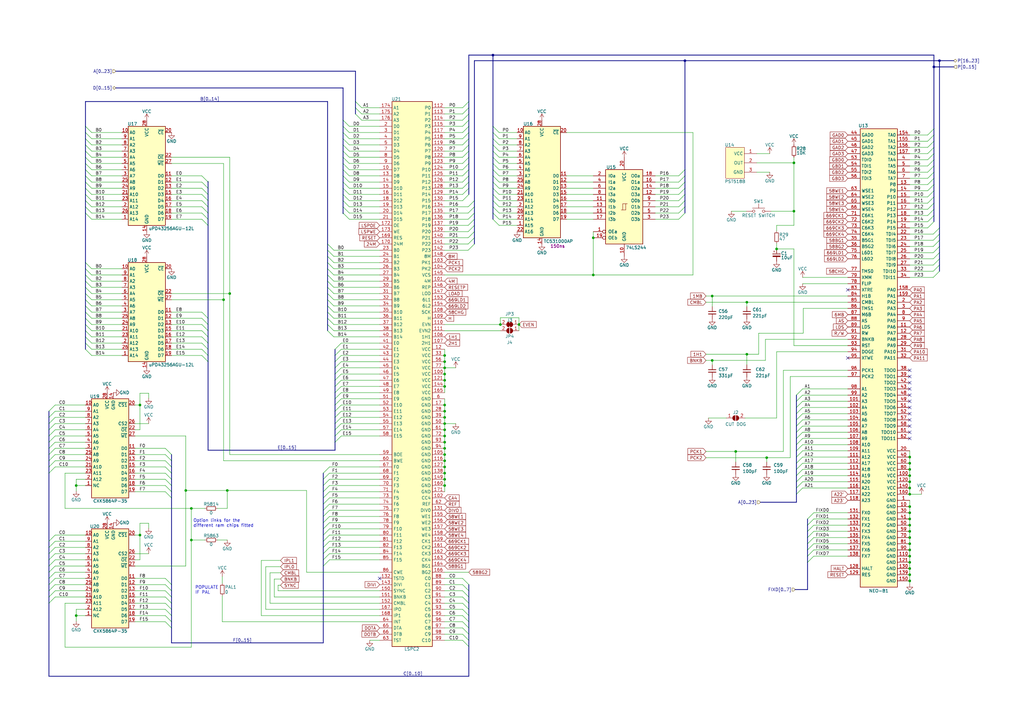
<source format=kicad_sch>
(kicad_sch (version 20230121) (generator eeschema)
  (paper "A3")
  (title_block (title "NeoGeo AES 3-5") (date "2023-08-27") (rev "BF1.2") (company "SNK") (comment 3 "https://github.com/Board-Folk") (comment 4 "Recreated By The Board Folk Team"))
  (junction (at 301.752 185.166))
  (junction (at 306.324 123.952))
  (junction (at 182.372 186.436))
  (junction (at 373.126 215.392))
  (junction (at 325.628 66.802))
  (junction (at 373.126 238.252))
  (junction (at 31.242 199.136))
  (junction (at 373.126 228.092))
  (junction (at 93.218 201.168))
  (junction (at 318.516 102.108))
  (junction (at 182.372 173.736))
  (junction (at 57.404 219.456))
  (junction (at 182.372 181.356))
  (junction (at 373.126 210.312))
  (junction (at 373.126 233.172))
  (junction (at 202.184 22.606))
  (junction (at 373.126 223.012))
  (junction (at 182.372 166.116))
  (junction (at 57.404 166.116))
  (junction (at 76.2 201.168))
  (junction (at 306.324 145.288))
  (junction (at 182.372 145.796))
  (junction (at 78.486 208.534))
  (junction (at 182.372 176.276))
  (junction (at 373.126 217.932))
  (junction (at 182.372 150.876))
  (junction (at 182.372 158.496))
  (junction (at 373.126 235.712))
  (junction (at 373.126 220.472))
  (junction (at 373.126 230.632))
  (junction (at 182.372 153.416))
  (junction (at 280.924 24.892))
  (junction (at 78.486 221.488))
  (junction (at 182.372 196.596))
  (junction (at 182.372 178.816))
  (junction (at 182.372 191.516))
  (junction (at 182.372 171.196))
  (junction (at 182.372 168.656))
  (junction (at 373.126 207.772))
  (junction (at 373.126 225.552))
  (junction (at 182.372 183.896))
  (junction (at 182.372 194.056))
  (junction (at 292.1 147.828))
  (junction (at 373.126 189.992))
  (junction (at 373.126 200.152))
  (junction (at 314.452 187.706))
  (junction (at 373.126 212.852))
  (junction (at 325.628 86.614))
  (junction (at 205.232 133.096))
  (junction (at 292.1 121.412))
  (junction (at 373.126 197.612))
  (junction (at 243.332 97.536))
  (junction (at 383.032 27.432))
  (junction (at 94.234 120.396))
  (junction (at 385.318 24.892))
  (junction (at 182.372 148.336))
  (junction (at 243.332 112.776))
  (junction (at 373.126 202.692))
  (junction (at 91.694 122.936))
  (junction (at 182.372 188.976))
  (junction (at 373.126 187.452))
  (junction (at 212.852 133.096))
  (junction (at 31.242 252.476))
  (junction (at 373.126 192.532))
  (junction (at 182.372 155.956))
  (junction (at 373.126 195.072))
  (junction (at 182.372 199.136))
  (no_connect (at 373.126 162.052))
  (no_connect (at 373.126 159.512))
  (no_connect (at 373.126 151.892))
  (no_connect (at 373.126 154.432))
  (no_connect (at 373.126 156.972))
  (no_connect (at 373.126 164.592))
  (no_connect (at 373.126 172.212))
  (no_connect (at 373.126 169.672))
  (no_connect (at 373.126 174.752))
  (no_connect (at 373.126 167.132))
  (no_connect (at 373.126 177.292))
  (no_connect (at 373.126 179.832))
  (no_connect (at 155.702 237.236))
  (no_connect (at 347.726 146.812))
  (no_connect (at 347.726 118.872))
  (bus_entry (at 140.716 49.276) (size 2.54 2.54))
  (bus_entry (at 194.564 89.916) (size -2.54 2.54))
  (bus_entry (at 134.366 120.396) (size 2.54 2.54))
  (bus_entry (at 137.414 171.196) (size 2.54 -2.54))
  (bus_entry (at 85.344 145.796) (size -2.54 -2.54))
  (bus_entry (at 383.032 62.992) (size -2.54 2.54))
  (bus_entry (at 202.184 77.216) (size 2.54 2.54))
  (bus_entry (at 134.366 110.236) (size 2.54 2.54))
  (bus_entry (at 383.032 60.452) (size -2.54 2.54))
  (bus_entry (at 20.066 168.656) (size 2.54 -2.54))
  (bus_entry (at 140.716 67.056) (size 2.54 2.54))
  (bus_entry (at 20.066 176.276) (size 2.54 -2.54))
  (bus_entry (at 202.184 89.916) (size 2.54 2.54))
  (bus_entry (at 192.278 64.516) (size -2.54 2.54))
  (bus_entry (at 85.344 133.096) (size -2.54 -2.54))
  (bus_entry (at 331.216 230.632) (size 2.54 -2.54))
  (bus_entry (at 192.278 74.676) (size -2.54 2.54))
  (bus_entry (at 137.414 148.336) (size 2.54 -2.54))
  (bus_entry (at 385.318 108.712) (size -2.54 2.54))
  (bus_entry (at 192.278 77.216) (size -2.54 2.54))
  (bus_entry (at 132.588 199.136) (size 2.54 -2.54))
  (bus_entry (at 137.414 161.036) (size 2.54 -2.54))
  (bus_entry (at 35.052 74.676) (size 2.54 2.54))
  (bus_entry (at 20.066 224.536) (size 2.54 -2.54))
  (bus_entry (at 20.066 239.776) (size 2.54 -2.54))
  (bus_entry (at 35.052 82.296) (size 2.54 2.54))
  (bus_entry (at 134.366 112.776) (size 2.54 2.54))
  (bus_entry (at 35.052 69.596) (size 2.54 2.54))
  (bus_entry (at 132.588 229.616) (size 2.54 -2.54))
  (bus_entry (at 192.278 46.736) (size -2.54 2.54))
  (bus_entry (at 35.052 143.256) (size 2.54 2.54))
  (bus_entry (at 134.366 122.936) (size 2.54 2.54))
  (bus_entry (at 20.066 247.396) (size 2.54 -2.54))
  (bus_entry (at 20.066 244.856) (size 2.54 -2.54))
  (bus_entry (at 202.184 67.056) (size 2.54 2.54))
  (bus_entry (at 385.318 96.012) (size -2.54 2.54))
  (bus_entry (at 134.366 100.076) (size 2.54 2.54))
  (bus_entry (at 326.644 167.132) (size 2.54 -2.54))
  (bus_entry (at 194.564 92.456) (size -2.54 2.54))
  (bus_entry (at 140.716 59.436) (size 2.54 2.54))
  (bus_entry (at 385.318 98.552) (size -2.54 2.54))
  (bus_entry (at 192.278 249.936) (size -2.54 -2.54))
  (bus_entry (at 20.066 191.516) (size 2.54 -2.54))
  (bus_entry (at 326.644 195.072) (size 2.54 -2.54))
  (bus_entry (at 194.564 84.836) (size -2.54 2.54))
  (bus_entry (at 70.358 199.136) (size -2.54 -2.54))
  (bus_entry (at 192.278 49.276) (size -2.54 2.54))
  (bus_entry (at 35.052 135.636) (size 2.54 2.54))
  (bus_entry (at 35.052 61.976) (size 2.54 2.54))
  (bus_entry (at 202.184 64.516) (size 2.54 2.54))
  (bus_entry (at 383.032 70.612) (size -2.54 2.54))
  (bus_entry (at 35.052 59.436) (size 2.54 2.54))
  (bus_entry (at 137.414 181.356) (size 2.54 -2.54))
  (bus_entry (at 85.344 140.716) (size -2.54 -2.54))
  (bus_entry (at 132.588 224.536) (size 2.54 -2.54))
  (bus_entry (at 137.414 150.876) (size 2.54 -2.54))
  (bus_entry (at 137.414 155.956) (size 2.54 -2.54))
  (bus_entry (at 194.564 82.296) (size -2.54 2.54))
  (bus_entry (at 192.278 265.176) (size -2.54 -2.54))
  (bus_entry (at 280.924 84.836) (size -2.54 2.54))
  (bus_entry (at 20.066 227.076) (size 2.54 -2.54))
  (bus_entry (at 192.278 54.356) (size -2.54 2.54))
  (bus_entry (at 192.278 44.196) (size -2.54 2.54))
  (bus_entry (at 20.066 181.356) (size 2.54 -2.54))
  (bus_entry (at 20.066 232.156) (size 2.54 -2.54))
  (bus_entry (at 137.414 166.116) (size 2.54 -2.54))
  (bus_entry (at 202.184 59.436) (size 2.54 2.54))
  (bus_entry (at 140.716 84.836) (size 2.54 2.54))
  (bus_entry (at 192.278 255.016) (size -2.54 -2.54))
  (bus_entry (at 192.278 72.136) (size -2.54 2.54))
  (bus_entry (at 132.588 214.376) (size 2.54 -2.54))
  (bus_entry (at 280.924 74.676) (size -2.54 2.54))
  (bus_entry (at 35.052 128.016) (size 2.54 2.54))
  (bus_entry (at 70.358 188.976) (size -2.54 -2.54))
  (bus_entry (at 280.924 79.756) (size -2.54 2.54))
  (bus_entry (at 20.066 194.056) (size 2.54 -2.54))
  (bus_entry (at 202.184 84.836) (size 2.54 2.54))
  (bus_entry (at 132.588 209.296) (size 2.54 -2.54))
  (bus_entry (at 194.564 97.536) (size -2.54 2.54))
  (bus_entry (at 192.278 56.896) (size -2.54 2.54))
  (bus_entry (at 192.278 252.476) (size -2.54 -2.54))
  (bus_entry (at 383.032 55.372) (size -2.54 2.54))
  (bus_entry (at 280.924 82.296) (size -2.54 2.54))
  (bus_entry (at 137.414 158.496) (size 2.54 -2.54))
  (bus_entry (at 383.032 68.072) (size -2.54 2.54))
  (bus_entry (at 85.344 77.216) (size -2.54 -2.54))
  (bus_entry (at 202.184 72.136) (size 2.54 2.54))
  (bus_entry (at 35.052 138.176) (size 2.54 2.54))
  (bus_entry (at 385.318 101.092) (size -2.54 2.54))
  (bus_entry (at 202.184 69.596) (size 2.54 2.54))
  (bus_entry (at 132.588 232.156) (size 2.54 -2.54))
  (bus_entry (at 132.588 196.596) (size 2.54 -2.54))
  (bus_entry (at 70.358 196.596) (size -2.54 -2.54))
  (bus_entry (at 35.052 84.836) (size 2.54 2.54))
  (bus_entry (at 192.278 79.756) (size -2.54 2.54))
  (bus_entry (at 85.344 82.296) (size -2.54 -2.54))
  (bus_entry (at 326.644 184.912) (size 2.54 -2.54))
  (bus_entry (at 70.358 257.556) (size -2.54 -2.54))
  (bus_entry (at 326.644 169.672) (size 2.54 -2.54))
  (bus_entry (at 326.644 182.372) (size 2.54 -2.54))
  (bus_entry (at 35.052 122.936) (size 2.54 2.54))
  (bus_entry (at 331.216 217.932) (size 2.54 -2.54))
  (bus_entry (at 194.564 87.376) (size -2.54 2.54))
  (bus_entry (at 35.052 56.896) (size 2.54 2.54))
  (bus_entry (at 280.924 72.136) (size -2.54 2.54))
  (bus_entry (at 70.358 186.436) (size -2.54 -2.54))
  (bus_entry (at 20.066 188.976) (size 2.54 -2.54))
  (bus_entry (at 35.052 77.216) (size 2.54 2.54))
  (bus_entry (at 85.344 148.336) (size -2.54 -2.54))
  (bus_entry (at 85.344 92.456) (size -2.54 -2.54))
  (bus_entry (at 35.052 133.096) (size 2.54 2.54))
  (bus_entry (at 134.366 130.556) (size 2.54 2.54))
  (bus_entry (at 140.716 77.216) (size 2.54 2.54))
  (bus_entry (at 280.924 77.216) (size -2.54 2.54))
  (bus_entry (at 140.716 61.976) (size 2.54 2.54))
  (bus_entry (at 85.344 87.376) (size -2.54 -2.54))
  (bus_entry (at 326.644 200.152) (size 2.54 -2.54))
  (bus_entry (at 140.716 51.816) (size 2.54 2.54))
  (bus_entry (at 140.716 87.376) (size 2.54 2.54))
  (bus_entry (at 35.052 64.516) (size 2.54 2.54))
  (bus_entry (at 383.032 80.772) (size -2.54 2.54))
  (bus_entry (at 20.066 237.236) (size 2.54 -2.54))
  (bus_entry (at 35.052 107.696) (size 2.54 2.54))
  (bus_entry (at 326.644 162.052) (size 2.54 -2.54))
  (bus_entry (at 20.066 234.696) (size 2.54 -2.54))
  (bus_entry (at 140.716 69.596) (size 2.54 2.54))
  (bus_entry (at 385.318 103.632) (size -2.54 2.54))
  (bus_entry (at 331.216 228.092) (size 2.54 -2.54))
  (bus_entry (at 385.318 106.172) (size -2.54 2.54))
  (bus_entry (at 145.796 46.736) (size 2.54 2.54))
  (bus_entry (at 202.184 56.896) (size 2.54 2.54))
  (bus_entry (at 132.588 206.756) (size 2.54 -2.54))
  (bus_entry (at 137.414 168.656) (size 2.54 -2.54))
  (bus_entry (at 280.924 87.376) (size -2.54 2.54))
  (bus_entry (at 192.278 41.656) (size -2.54 2.54))
  (bus_entry (at 132.588 227.076) (size 2.54 -2.54))
  (bus_entry (at 134.366 133.096) (size 2.54 2.54))
  (bus_entry (at 140.716 82.296) (size 2.54 2.54))
  (bus_entry (at 202.184 51.816) (size 2.54 2.54))
  (bus_entry (at 331.216 215.392) (size 2.54 -2.54))
  (bus_entry (at 85.344 135.636) (size -2.54 -2.54))
  (bus_entry (at 192.278 260.096) (size -2.54 -2.54))
  (bus_entry (at 70.358 242.316) (size -2.54 -2.54))
  (bus_entry (at 140.716 79.756) (size 2.54 2.54))
  (bus_entry (at 132.588 194.056) (size 2.54 -2.54))
  (bus_entry (at 35.052 115.316) (size 2.54 2.54))
  (bus_entry (at 35.052 120.396) (size 2.54 2.54))
  (bus_entry (at 132.588 219.456) (size 2.54 -2.54))
  (bus_entry (at 134.366 102.616) (size 2.54 2.54))
  (bus_entry (at 202.184 87.376) (size 2.54 2.54))
  (bus_entry (at 134.366 115.316) (size 2.54 2.54))
  (bus_entry (at 35.052 51.816) (size 2.54 2.54))
  (bus_entry (at 192.278 257.556) (size -2.54 -2.54))
  (bus_entry (at 70.358 204.216) (size -2.54 -2.54))
  (bus_entry (at 202.184 82.296) (size 2.54 2.54))
  (bus_entry (at 145.796 44.196) (size 2.54 2.54))
  (bus_entry (at 194.564 100.076) (size -2.54 2.54))
  (bus_entry (at 192.278 61.976) (size -2.54 2.54))
  (bus_entry (at 20.066 242.316) (size 2.54 -2.54))
  (bus_entry (at 137.414 163.576) (size 2.54 -2.54))
  (bus_entry (at 192.278 239.776) (size -2.54 -2.54))
  (bus_entry (at 326.644 187.452) (size 2.54 -2.54))
  (bus_entry (at 134.366 105.156) (size 2.54 2.54))
  (bus_entry (at 20.066 186.436) (size 2.54 -2.54))
  (bus_entry (at 85.344 74.676) (size -2.54 -2.54))
  (bus_entry (at 20.066 229.616) (size 2.54 -2.54))
  (bus_entry (at 137.414 153.416) (size 2.54 -2.54))
  (bus_entry (at 85.344 79.756) (size -2.54 -2.54))
  (bus_entry (at 35.052 110.236) (size 2.54 2.54))
  (bus_entry (at 132.588 216.916) (size 2.54 -2.54))
  (bus_entry (at 140.716 74.676) (size 2.54 2.54))
  (bus_entry (at 20.066 178.816) (size 2.54 -2.54))
  (bus_entry (at 70.358 255.016) (size -2.54 -2.54))
  (bus_entry (at 140.716 64.516) (size 2.54 2.54))
  (bus_entry (at 331.216 225.552) (size 2.54 -2.54))
  (bus_entry (at 35.052 79.756) (size 2.54 2.54))
  (bus_entry (at 70.358 249.936) (size -2.54 -2.54))
  (bus_entry (at 35.052 87.376) (size 2.54 2.54))
  (bus_entry (at 385.318 111.252) (size -2.54 2.54))
  (bus_entry (at 140.716 56.896) (size 2.54 2.54))
  (bus_entry (at 383.032 57.912) (size -2.54 2.54))
  (bus_entry (at 326.644 197.612) (size 2.54 -2.54))
  (bus_entry (at 134.366 135.636) (size 2.54 2.54))
  (bus_entry (at 202.184 79.756) (size 2.54 2.54))
  (bus_entry (at 140.716 72.136) (size 2.54 2.54))
  (bus_entry (at 326.644 189.992) (size 2.54 -2.54))
  (bus_entry (at 326.644 174.752) (size 2.54 -2.54))
  (bus_entry (at 192.278 51.816) (size -2.54 2.54))
  (bus_entry (at 137.414 145.796) (size 2.54 -2.54))
  (bus_entry (at 85.344 130.556) (size -2.54 -2.54))
  (bus_entry (at 383.032 90.932) (size -2.54 2.54))
  (bus_entry (at 132.588 221.996) (size 2.54 -2.54))
  (bus_entry (at 331.216 223.012) (size 2.54 -2.54))
  (bus_entry (at 35.052 54.356) (size 2.54 2.54))
  (bus_entry (at 132.588 204.216) (size 2.54 -2.54))
  (bus_entry (at 331.216 212.852) (size 2.54 -2.54))
  (bus_entry (at 35.052 112.776) (size 2.54 2.54))
  (bus_entry (at 70.358 247.396) (size -2.54 -2.54))
  (bus_entry (at 20.066 171.196) (size 2.54 -2.54))
  (bus_entry (at 383.032 73.152) (size -2.54 2.54))
  (bus_entry (at 326.644 192.532) (size 2.54 -2.54))
  (bus_entry (at 192.278 244.856) (size -2.54 -2.54))
  (bus_entry (at 331.216 220.472) (size 2.54 -2.54))
  (bus_entry (at 70.358 244.856) (size -2.54 -2.54))
  (bus_entry (at 192.278 69.596) (size -2.54 2.54))
  (bus_entry (at 280.924 69.596) (size -2.54 2.54))
  (bus_entry (at 85.344 138.176) (size -2.54 -2.54))
  (bus_entry (at 137.414 176.276) (size 2.54 -2.54))
  (bus_entry (at 132.588 201.676) (size 2.54 -2.54))
  (bus_entry (at 192.278 247.396) (size -2.54 -2.54))
  (bus_entry (at 326.644 172.212) (size 2.54 -2.54))
  (bus_entry (at 326.644 164.592) (size 2.54 -2.54))
  (bus_entry (at 35.052 72.136) (size 2.54 2.54))
  (bus_entry (at 70.358 239.776) (size -2.54 -2.54))
  (bus_entry (at 137.414 173.736) (size 2.54 -2.54))
  (bus_entry (at 70.358 194.056) (size -2.54 -2.54))
  (bus_entry (at 383.032 83.312) (size -2.54 2.54))
  (bus_entry (at 70.358 201.676) (size -2.54 -2.54))
  (bus_entry (at 70.358 191.516) (size -2.54 -2.54))
  (bus_entry (at 137.414 178.816) (size 2.54 -2.54))
  (bus_entry (at 35.052 140.716) (size 2.54 2.54))
  (bus_entry (at 383.032 78.232) (size -2.54 2.54))
  (bus_entry (at 383.032 85.852) (size -2.54 2.54))
  (bus_entry (at 134.366 107.696) (size 2.54 2.54))
  (bus_entry (at 192.278 262.636) (size -2.54 -2.54))
  (bus_entry (at 202.184 54.356) (size 2.54 2.54))
  (bus_entry (at 20.066 221.996) (size 2.54 -2.54))
  (bus_entry (at 145.796 41.656) (size 2.54 2.54))
  (bus_entry (at 192.278 59.436) (size -2.54 2.54))
  (bus_entry (at 192.278 242.316) (size -2.54 -2.54))
  (bus_entry (at 137.414 143.256) (size 2.54 -2.54))
  (bus_entry (at 20.066 183.896) (size 2.54 -2.54))
  (bus_entry (at 132.588 211.836) (size 2.54 -2.54))
  (bus_entry (at 134.366 128.016) (size 2.54 2.54))
  (bus_entry (at 140.716 54.356) (size 2.54 2.54))
  (bus_entry (at 383.032 65.532) (size -2.54 2.54))
  (bus_entry (at 85.344 89.916) (size -2.54 -2.54))
  (bus_entry (at 202.184 61.976) (size 2.54 2.54))
  (bus_entry (at 134.366 125.476) (size 2.54 2.54))
  (bus_entry (at 383.032 75.692) (size -2.54 2.54))
  (bus_entry (at 383.032 52.832) (size -2.54 2.54))
  (bus_entry (at 35.052 67.056) (size 2.54 2.54))
  (bus_entry (at 202.184 74.676) (size 2.54 2.54))
  (bus_entry (at 326.644 179.832) (size 2.54 -2.54))
  (bus_entry (at 85.344 84.836) (size -2.54 -2.54))
  (bus_entry (at 134.366 117.856) (size 2.54 2.54))
  (bus_entry (at 70.358 252.476) (size -2.54 -2.54))
  (bus_entry (at 326.644 177.292) (size 2.54 -2.54))
  (bus_entry (at 383.032 88.392) (size -2.54 2.54))
  (bus_entry (at 194.564 94.996) (size -2.54 2.54))
  (bus_entry (at 20.066 173.736) (size 2.54 -2.54))
  (bus_entry (at 192.278 67.056) (size -2.54 2.54))
  (bus_entry (at 385.318 93.472) (size -2.54 2.54))
  (bus_entry (at 85.344 143.256) (size -2.54 -2.54))
  (bus_entry (at 326.644 202.692) (size 2.54 -2.54))
  (bus_entry (at 35.052 117.856) (size 2.54 2.54))
  (bus_entry (at 35.052 130.556) (size 2.54 2.54))
  (bus_entry (at 35.052 125.476) (size 2.54 2.54))
  (wire (pts (xy 373.126 108.712) (xy 382.778 108.712)))
  (wire (pts (xy 182.372 153.416) (xy 182.372 155.956)))
  (bus (pts (xy 20.066 171.196) (xy 20.066 173.736)))
  (wire (pts (xy 136.906 112.776) (xy 155.702 112.776)))
  (wire (pts (xy 67.818 255.016) (xy 55.372 255.016)))
  (wire (pts (xy 135.128 206.756) (xy 155.702 206.756)))
  (wire (pts (xy 26.67 208.534) (xy 26.67 194.056)))
  (bus (pts (xy 192.278 244.856) (xy 192.278 247.396)))
  (bus (pts (xy 140.716 64.516) (xy 140.716 61.976)))
  (bus (pts (xy 326.644 172.212) (xy 326.644 169.672)))
  (bus (pts (xy 132.588 209.296) (xy 132.588 211.836)))
  (wire (pts (xy 37.592 82.296) (xy 50.038 82.296)))
  (wire (pts (xy 182.372 84.836) (xy 192.024 84.836)))
  (wire (pts (xy 37.592 133.096) (xy 50.038 133.096)))
  (wire (pts (xy 182.372 194.056) (xy 182.372 196.596)))
  (bus (pts (xy 20.066 229.616) (xy 20.066 232.156)))
  (bus (pts (xy 202.184 82.296) (xy 202.184 79.756)))
  (wire (pts (xy 22.606 186.436) (xy 35.052 186.436)))
  (bus (pts (xy 137.414 155.956) (xy 137.414 158.496)))
  (wire (pts (xy 115.062 240.03) (xy 114.046 240.03)))
  (bus (pts (xy 35.052 128.016) (xy 35.052 130.556)))
  (wire (pts (xy 373.126 233.172) (xy 373.126 235.712)))
  (bus (pts (xy 20.066 168.656) (xy 20.066 171.196)))
  (bus (pts (xy 85.344 89.916) (xy 85.344 92.456)))
  (wire (pts (xy 329.184 192.532) (xy 347.726 192.532)))
  (bus (pts (xy 192.278 262.636) (xy 192.278 265.176)))
  (bus (pts (xy 326.644 187.452) (xy 326.644 184.912)))
  (wire (pts (xy 182.372 61.976) (xy 189.738 61.976)))
  (bus (pts (xy 70.358 186.436) (xy 70.358 188.976)))
  (wire (pts (xy 143.256 59.436) (xy 155.702 59.436)))
  (wire (pts (xy 212.852 133.096) (xy 212.852 130.302)))
  (wire (pts (xy 212.09 84.836) (xy 204.724 84.836)))
  (wire (pts (xy 329.184 162.052) (xy 347.726 162.052)))
  (wire (pts (xy 135.128 204.216) (xy 155.702 204.216)))
  (bus (pts (xy 194.564 97.536) (xy 194.564 94.996)))
  (wire (pts (xy 325.628 102.108) (xy 318.516 102.108)))
  (wire (pts (xy 318.516 144.272) (xy 318.516 171.45)))
  (wire (pts (xy 135.128 214.376) (xy 155.702 214.376)))
  (wire (pts (xy 182.372 145.796) (xy 182.372 148.336)))
  (wire (pts (xy 232.41 54.356) (xy 284.226 54.356)))
  (wire (pts (xy 22.606 168.656) (xy 35.052 168.656)))
  (bus (pts (xy 35.052 67.056) (xy 35.052 69.596)))
  (wire (pts (xy 182.372 237.236) (xy 189.738 237.236)))
  (bus (pts (xy 70.358 191.516) (xy 70.358 194.056)))
  (bus (pts (xy 35.052 77.216) (xy 35.052 79.756)))
  (wire (pts (xy 182.372 54.356) (xy 189.738 54.356)))
  (bus (pts (xy 326.644 174.752) (xy 326.644 172.212)))
  (wire (pts (xy 373.126 195.072) (xy 373.126 197.612)))
  (wire (pts (xy 143.256 54.356) (xy 155.702 54.356)))
  (wire (pts (xy 94.234 186.436) (xy 155.702 186.436)))
  (wire (pts (xy 310.388 70.612) (xy 315.722 70.612)))
  (bus (pts (xy 326.644 200.152) (xy 326.644 197.612)))
  (wire (pts (xy 55.372 229.616) (xy 57.404 229.616)))
  (bus (pts (xy 383.032 68.072) (xy 383.032 65.532)))
  (bus (pts (xy 202.184 87.376) (xy 202.184 84.836)))
  (wire (pts (xy 82.804 128.016) (xy 70.358 128.016)))
  (bus (pts (xy 132.588 206.756) (xy 132.588 209.296)))
  (wire (pts (xy 212.09 56.896) (xy 204.724 56.896)))
  (bus (pts (xy 202.184 79.756) (xy 202.184 77.216)))
  (bus (pts (xy 140.716 49.276) (xy 140.716 36.068)))
  (bus (pts (xy 20.066 183.896) (xy 20.066 186.436)))
  (bus (pts (xy 192.278 242.316) (xy 192.278 244.856)))
  (wire (pts (xy 290.576 171.45) (xy 297.942 171.45)))
  (wire (pts (xy 26.67 194.056) (xy 35.052 194.056)))
  (wire (pts (xy 182.372 247.396) (xy 189.738 247.396)))
  (bus (pts (xy 137.414 171.196) (xy 137.414 173.736)))
  (wire (pts (xy 37.592 56.896) (xy 50.038 56.896)))
  (wire (pts (xy 67.818 196.596) (xy 55.372 196.596)))
  (wire (pts (xy 306.324 123.952) (xy 347.726 123.952)))
  (wire (pts (xy 324.104 154.432) (xy 324.104 187.706)))
  (wire (pts (xy 373.126 98.552) (xy 382.778 98.552)))
  (wire (pts (xy 37.592 120.396) (xy 50.038 120.396)))
  (wire (pts (xy 301.752 185.166) (xy 321.31 185.166)))
  (wire (pts (xy 22.606 173.736) (xy 35.052 173.736)))
  (wire (pts (xy 373.126 212.852) (xy 373.126 215.392)))
  (bus (pts (xy 140.716 67.056) (xy 140.716 64.516)))
  (bus (pts (xy 192.278 239.776) (xy 192.278 242.316)))
  (bus (pts (xy 192.278 64.516) (xy 192.278 61.976)))
  (wire (pts (xy 373.126 215.392) (xy 373.126 217.932)))
  (bus (pts (xy 134.366 41.656) (xy 35.052 41.656)))
  (bus (pts (xy 202.184 61.976) (xy 202.184 59.436)))
  (wire (pts (xy 182.372 166.116) (xy 182.372 168.656)))
  (wire (pts (xy 139.954 168.656) (xy 155.702 168.656)))
  (bus (pts (xy 132.588 216.916) (xy 132.588 219.456)))
  (bus (pts (xy 35.052 56.896) (xy 35.052 59.436)))
  (bus (pts (xy 194.564 94.996) (xy 194.564 92.456)))
  (wire (pts (xy 155.702 255.016) (xy 91.186 255.016)))
  (bus (pts (xy 20.066 176.276) (xy 20.066 178.816)))
  (bus (pts (xy 134.366 135.636) (xy 134.366 133.096)))
  (bus (pts (xy 85.344 92.456) (xy 85.344 130.556)))
  (wire (pts (xy 314.452 187.706) (xy 314.452 189.484)))
  (wire (pts (xy 82.804 74.676) (xy 70.358 74.676)))
  (bus (pts (xy 132.588 224.536) (xy 132.588 227.076)))
  (wire (pts (xy 139.954 150.876) (xy 155.702 150.876)))
  (wire (pts (xy 67.818 191.516) (xy 55.372 191.516)))
  (bus (pts (xy 85.344 84.836) (xy 85.344 87.376)))
  (bus (pts (xy 20.066 232.156) (xy 20.066 234.696)))
  (wire (pts (xy 182.372 51.816) (xy 189.738 51.816)))
  (bus (pts (xy 383.032 75.692) (xy 383.032 73.152)))
  (bus (pts (xy 70.358 196.596) (xy 70.358 199.136)))
  (wire (pts (xy 373.126 235.712) (xy 373.126 238.252)))
  (wire (pts (xy 135.128 199.136) (xy 155.702 199.136)))
  (wire (pts (xy 37.592 74.676) (xy 50.038 74.676)))
  (wire (pts (xy 143.256 51.816) (xy 155.702 51.816)))
  (wire (pts (xy 329.438 126.492) (xy 329.438 136.652)))
  (wire (pts (xy 31.242 252.476) (xy 31.242 254.762)))
  (bus (pts (xy 192.278 67.056) (xy 192.278 64.516)))
  (wire (pts (xy 22.606 178.816) (xy 35.052 178.816)))
  (wire (pts (xy 37.592 61.976) (xy 50.038 61.976)))
  (wire (pts (xy 373.126 200.152) (xy 373.126 202.692)))
  (bus (pts (xy 134.366 105.156) (xy 134.366 102.616)))
  (bus (pts (xy 35.052 82.296) (xy 35.052 84.836)))
  (wire (pts (xy 373.126 217.932) (xy 373.126 220.472)))
  (wire (pts (xy 329.184 184.912) (xy 347.726 184.912)))
  (wire (pts (xy 22.606 166.116) (xy 35.052 166.116)))
  (bus (pts (xy 326.644 192.532) (xy 326.644 189.992)))
  (wire (pts (xy 143.256 84.836) (xy 155.702 84.836)))
  (wire (pts (xy 57.404 229.616) (xy 57.404 219.456)))
  (wire (pts (xy 182.372 155.956) (xy 182.372 158.496)))
  (bus (pts (xy 326.644 184.912) (xy 326.644 182.372)))
  (bus (pts (xy 20.066 227.076) (xy 20.066 229.616)))
  (wire (pts (xy 347.726 144.272) (xy 318.516 144.272)))
  (bus (pts (xy 385.318 101.092) (xy 385.318 98.552)))
  (wire (pts (xy 94.234 64.516) (xy 94.234 120.396)))
  (bus (pts (xy 134.366 120.396) (xy 134.366 117.856)))
  (bus (pts (xy 85.344 135.636) (xy 85.344 138.176)))
  (wire (pts (xy 136.906 102.616) (xy 155.702 102.616)))
  (wire (pts (xy 135.128 196.596) (xy 155.702 196.596)))
  (wire (pts (xy 182.372 102.616) (xy 192.024 102.616)))
  (bus (pts (xy 140.716 36.068) (xy 47.498 36.068)))
  (wire (pts (xy 70.358 64.516) (xy 94.234 64.516)))
  (wire (pts (xy 143.256 56.896) (xy 155.702 56.896)))
  (wire (pts (xy 115.062 229.87) (xy 107.188 229.87)))
  (wire (pts (xy 232.41 77.216) (xy 243.332 77.216)))
  (wire (pts (xy 182.372 181.356) (xy 182.372 183.896)))
  (bus (pts (xy 35.052 74.676) (xy 35.052 77.216)))
  (wire (pts (xy 82.804 145.796) (xy 70.358 145.796)))
  (bus (pts (xy 35.052 79.756) (xy 35.052 82.296)))
  (wire (pts (xy 136.906 130.556) (xy 155.702 130.556)))
  (bus (pts (xy 140.716 74.676) (xy 140.716 77.216)))
  (wire (pts (xy 82.804 84.836) (xy 70.358 84.836)))
  (bus (pts (xy 132.588 196.596) (xy 132.588 199.136)))
  (wire (pts (xy 143.256 72.136) (xy 155.702 72.136)))
  (wire (pts (xy 232.41 89.916) (xy 243.332 89.916)))
  (bus (pts (xy 192.278 265.176) (xy 192.278 277.368)))
  (wire (pts (xy 37.592 130.556) (xy 50.038 130.556)))
  (wire (pts (xy 182.372 112.776) (xy 243.332 112.776)))
  (wire (pts (xy 55.372 176.276) (xy 57.404 176.276)))
  (wire (pts (xy 143.256 87.376) (xy 155.702 87.376)))
  (bus (pts (xy 331.216 217.932) (xy 331.216 215.392)))
  (bus (pts (xy 35.052 117.856) (xy 35.052 120.396)))
  (bus (pts (xy 70.358 252.476) (xy 70.358 255.016)))
  (wire (pts (xy 232.41 87.376) (xy 243.332 87.376)))
  (wire (pts (xy 37.592 125.476) (xy 50.038 125.476)))
  (bus (pts (xy 20.066 191.516) (xy 20.066 194.056)))
  (wire (pts (xy 182.372 150.876) (xy 182.372 153.416)))
  (wire (pts (xy 107.188 252.476) (xy 155.702 252.476)))
  (wire (pts (xy 373.126 187.452) (xy 373.126 189.992)))
  (wire (pts (xy 182.372 239.776) (xy 189.738 239.776)))
  (bus (pts (xy 145.796 46.736) (xy 145.796 44.196)))
  (wire (pts (xy 182.372 72.136) (xy 189.738 72.136)))
  (wire (pts (xy 182.372 255.016) (xy 189.738 255.016)))
  (wire (pts (xy 182.372 64.516) (xy 189.738 64.516)))
  (bus (pts (xy 137.414 161.036) (xy 137.414 163.576)))
  (wire (pts (xy 373.126 73.152) (xy 380.492 73.152)))
  (bus (pts (xy 192.278 74.676) (xy 192.278 72.136)))
  (wire (pts (xy 67.818 237.236) (xy 55.372 237.236)))
  (bus (pts (xy 70.358 239.776) (xy 70.358 242.316)))
  (wire (pts (xy 329.184 113.792) (xy 347.726 113.792)))
  (bus (pts (xy 35.052 140.716) (xy 35.052 143.256)))
  (wire (pts (xy 325.628 64.516) (xy 325.628 66.802)))
  (wire (pts (xy 373.126 207.772) (xy 373.126 210.312)))
  (bus (pts (xy 202.184 72.136) (xy 202.184 69.596)))
  (bus (pts (xy 132.588 214.376) (xy 132.588 216.916)))
  (bus (pts (xy 132.588 263.652) (xy 70.358 263.652)))
  (wire (pts (xy 22.606 232.156) (xy 35.052 232.156)))
  (bus (pts (xy 137.414 145.796) (xy 137.414 148.336)))
  (wire (pts (xy 57.404 166.116) (xy 55.372 166.116)))
  (bus (pts (xy 383.032 83.312) (xy 383.032 80.772)))
  (wire (pts (xy 212.09 74.676) (xy 204.724 74.676)))
  (bus (pts (xy 134.366 117.856) (xy 134.366 115.316)))
  (bus (pts (xy 331.216 223.012) (xy 331.216 220.472)))
  (wire (pts (xy 321.31 151.892) (xy 321.31 185.166)))
  (wire (pts (xy 373.126 202.692) (xy 377.952 202.692)))
  (bus (pts (xy 134.366 133.096) (xy 134.366 130.556)))
  (wire (pts (xy 182.372 163.576) (xy 182.372 166.116)))
  (wire (pts (xy 299.974 86.614) (xy 306.07 86.614)))
  (wire (pts (xy 143.256 61.976) (xy 155.702 61.976)))
  (wire (pts (xy 268.732 79.756) (xy 278.384 79.756)))
  (bus (pts (xy 85.344 79.756) (xy 85.344 82.296)))
  (bus (pts (xy 331.216 225.552) (xy 331.216 223.012)))
  (bus (pts (xy 202.184 74.676) (xy 202.184 72.136)))
  (bus (pts (xy 85.344 133.096) (xy 85.344 135.636)))
  (wire (pts (xy 292.1 147.828) (xy 313.944 147.828)))
  (bus (pts (xy 137.414 178.816) (xy 137.414 181.356)))
  (wire (pts (xy 232.41 84.836) (xy 243.332 84.836)))
  (wire (pts (xy 67.818 249.936) (xy 55.372 249.936)))
  (bus (pts (xy 134.366 107.696) (xy 134.366 105.156)))
  (wire (pts (xy 316.23 86.614) (xy 325.628 86.614)))
  (bus (pts (xy 137.414 148.336) (xy 137.414 150.876)))
  (bus (pts (xy 192.278 59.436) (xy 192.278 56.896)))
  (wire (pts (xy 155.702 188.976) (xy 91.694 188.976)))
  (bus (pts (xy 35.052 87.376) (xy 35.052 107.696)))
  (wire (pts (xy 93.218 208.534) (xy 93.218 201.168)))
  (wire (pts (xy 22.606 244.856) (xy 35.052 244.856)))
  (wire (pts (xy 67.818 244.856) (xy 55.372 244.856)))
  (bus (pts (xy 192.278 51.816) (xy 192.278 49.276)))
  (bus (pts (xy 194.564 89.916) (xy 194.564 87.376)))
  (bus (pts (xy 383.032 55.372) (xy 383.032 52.832)))
  (wire (pts (xy 373.126 96.012) (xy 382.778 96.012)))
  (bus (pts (xy 202.184 56.896) (xy 202.184 54.356)))
  (bus (pts (xy 383.032 60.452) (xy 383.032 57.912)))
  (wire (pts (xy 67.818 239.776) (xy 55.372 239.776)))
  (wire (pts (xy 135.128 229.616) (xy 155.702 229.616)))
  (wire (pts (xy 139.954 171.196) (xy 155.702 171.196)))
  (bus (pts (xy 192.278 79.756) (xy 192.278 77.216)))
  (wire (pts (xy 110.744 234.95) (xy 110.744 247.396)))
  (wire (pts (xy 115.062 234.95) (xy 110.744 234.95)))
  (wire (pts (xy 182.372 97.536) (xy 192.024 97.536)))
  (wire (pts (xy 347.726 154.432) (xy 324.104 154.432)))
  (wire (pts (xy 31.242 249.936) (xy 31.242 252.476)))
  (bus (pts (xy 194.564 100.076) (xy 194.564 97.536)))
  (bus (pts (xy 35.052 112.776) (xy 35.052 115.316)))
  (bus (pts (xy 137.414 150.876) (xy 137.414 153.416)))
  (bus (pts (xy 192.278 61.976) (xy 192.278 59.436)))
  (bus (pts (xy 326.644 179.832) (xy 326.644 177.292)))
  (wire (pts (xy 91.694 122.936) (xy 91.694 67.056)))
  (wire (pts (xy 67.818 188.976) (xy 55.372 188.976)))
  (wire (pts (xy 212.09 69.596) (xy 204.724 69.596)))
  (wire (pts (xy 22.606 181.356) (xy 35.052 181.356)))
  (bus (pts (xy 20.066 181.356) (xy 20.066 183.896)))
  (wire (pts (xy 143.256 67.056) (xy 155.702 67.056)))
  (wire (pts (xy 78.486 221.488) (xy 84.074 221.488)))
  (wire (pts (xy 22.606 219.456) (xy 35.052 219.456)))
  (bus (pts (xy 383.032 85.852) (xy 383.032 83.312)))
  (wire (pts (xy 135.128 201.676) (xy 155.702 201.676)))
  (wire (pts (xy 212.09 72.136) (xy 204.724 72.136)))
  (bus (pts (xy 35.052 135.636) (xy 35.052 138.176)))
  (wire (pts (xy 347.726 141.732) (xy 325.628 141.732)))
  (wire (pts (xy 78.486 208.534) (xy 26.67 208.534)))
  (wire (pts (xy 91.694 67.056) (xy 70.358 67.056)))
  (wire (pts (xy 57.404 176.276) (xy 57.404 166.116)))
  (bus (pts (xy 132.588 221.996) (xy 132.588 224.536)))
  (wire (pts (xy 82.804 87.376) (xy 70.358 87.376)))
  (bus (pts (xy 85.344 184.658) (xy 137.414 184.658)))
  (wire (pts (xy 37.592 64.516) (xy 50.038 64.516)))
  (wire (pts (xy 91.186 236.474) (xy 91.186 239.268)))
  (wire (pts (xy 55.372 173.736) (xy 60.96 173.736)))
  (bus (pts (xy 20.066 194.056) (xy 20.066 221.742)))
  (bus (pts (xy 137.414 173.736) (xy 137.414 176.276)))
  (wire (pts (xy 135.128 194.056) (xy 155.702 194.056)))
  (bus (pts (xy 192.278 46.736) (xy 192.278 44.196)))
  (wire (pts (xy 155.702 49.276) (xy 148.336 49.276)))
  (bus (pts (xy 20.066 188.976) (xy 20.066 191.516)))
  (wire (pts (xy 67.818 183.896) (xy 55.372 183.896)))
  (wire (pts (xy 318.516 92.456) (xy 325.628 92.456)))
  (bus (pts (xy 134.366 128.016) (xy 134.366 125.476)))
  (wire (pts (xy 325.628 66.802) (xy 325.628 86.614)))
  (wire (pts (xy 135.128 221.996) (xy 155.702 221.996)))
  (wire (pts (xy 182.372 59.436) (xy 189.738 59.436)))
  (wire (pts (xy 212.09 89.916) (xy 204.724 89.916)))
  (wire (pts (xy 125.73 201.168) (xy 93.218 201.168)))
  (wire (pts (xy 37.592 79.756) (xy 50.038 79.756)))
  (bus (pts (xy 35.052 59.436) (xy 35.052 61.976)))
  (wire (pts (xy 37.592 145.796) (xy 50.038 145.796)))
  (bus (pts (xy 35.052 107.696) (xy 35.052 110.236)))
  (wire (pts (xy 94.234 120.396) (xy 94.234 186.436)))
  (wire (pts (xy 82.804 143.256) (xy 70.358 143.256)))
  (wire (pts (xy 292.1 121.412) (xy 292.1 125.73)))
  (wire (pts (xy 143.256 89.916) (xy 155.702 89.916)))
  (bus (pts (xy 326.644 189.992) (xy 326.644 187.452)))
  (bus (pts (xy 280.924 84.836) (xy 280.924 82.296)))
  (wire (pts (xy 182.372 89.916) (xy 192.024 89.916)))
  (bus (pts (xy 383.032 65.532) (xy 383.032 62.992)))
  (wire (pts (xy 139.954 140.716) (xy 155.702 140.716)))
  (bus (pts (xy 140.716 54.356) (xy 140.716 51.816)))
  (bus (pts (xy 192.278 44.196) (xy 192.278 41.656)))
  (wire (pts (xy 182.372 199.136) (xy 182.372 201.676)))
  (wire (pts (xy 205.232 130.302) (xy 205.232 133.096)))
  (bus (pts (xy 85.344 82.296) (xy 85.344 84.836)))
  (bus (pts (xy 383.032 80.772) (xy 383.032 78.232)))
  (wire (pts (xy 22.606 171.196) (xy 35.052 171.196)))
  (wire (pts (xy 143.256 74.676) (xy 155.702 74.676)))
  (bus (pts (xy 137.414 163.576) (xy 137.414 166.116)))
  (wire (pts (xy 373.126 57.912) (xy 380.492 57.912)))
  (wire (pts (xy 306.324 123.952) (xy 306.324 125.73)))
  (wire (pts (xy 67.818 201.676) (xy 55.372 201.676)))
  (bus (pts (xy 326.644 202.692) (xy 326.644 205.994)))
  (wire (pts (xy 155.702 46.736) (xy 148.336 46.736)))
  (bus (pts (xy 35.052 110.236) (xy 35.052 112.776)))
  (bus (pts (xy 70.358 188.976) (xy 70.358 191.516)))
  (bus (pts (xy 326.644 164.592) (xy 326.644 162.052)))
  (wire (pts (xy 373.126 93.472) (xy 380.492 93.472)))
  (wire (pts (xy 37.592 77.216) (xy 50.038 77.216)))
  (wire (pts (xy 89.154 208.534) (xy 93.218 208.534)))
  (wire (pts (xy 284.226 54.356) (xy 284.226 112.776)))
  (wire (pts (xy 310.388 62.992) (xy 315.722 62.992)))
  (bus (pts (xy 192.278 247.396) (xy 192.278 249.936)))
  (wire (pts (xy 333.756 215.392) (xy 347.726 215.392)))
  (wire (pts (xy 333.756 217.932) (xy 347.726 217.932)))
  (bus (pts (xy 385.318 96.012) (xy 385.318 93.472)))
  (bus (pts (xy 326.644 182.372) (xy 326.644 179.832)))
  (wire (pts (xy 112.522 237.49) (xy 112.522 244.856)))
  (wire (pts (xy 136.906 107.696) (xy 155.702 107.696)))
  (wire (pts (xy 212.09 64.516) (xy 204.724 64.516)))
  (wire (pts (xy 373.126 210.312) (xy 373.126 212.852)))
  (wire (pts (xy 91.694 188.976) (xy 91.694 122.936)))
  (wire (pts (xy 139.954 163.576) (xy 155.702 163.576)))
  (wire (pts (xy 182.372 150.876) (xy 186.944 150.876)))
  (wire (pts (xy 182.372 173.736) (xy 186.944 173.736)))
  (bus (pts (xy 85.344 74.422) (xy 85.344 74.676)))
  (wire (pts (xy 37.592 138.176) (xy 50.038 138.176)))
  (bus (pts (xy 137.414 153.416) (xy 137.414 155.956)))
  (wire (pts (xy 289.56 187.706) (xy 314.452 187.706)))
  (bus (pts (xy 20.066 173.736) (xy 20.066 176.276)))
  (bus (pts (xy 383.032 57.912) (xy 383.032 55.372)))
  (bus (pts (xy 70.358 242.316) (xy 70.358 244.856)))
  (bus (pts (xy 35.052 72.136) (xy 35.052 74.676)))
  (wire (pts (xy 139.954 176.276) (xy 155.702 176.276)))
  (wire (pts (xy 82.804 77.216) (xy 70.358 77.216)))
  (wire (pts (xy 57.404 219.456) (xy 57.404 214.63)))
  (wire (pts (xy 268.732 87.376) (xy 278.384 87.376)))
  (wire (pts (xy 373.126 70.612) (xy 380.492 70.612)))
  (bus (pts (xy 132.588 199.136) (xy 132.588 201.676)))
  (bus (pts (xy 137.414 168.656) (xy 137.414 171.196)))
  (bus (pts (xy 192.278 69.596) (xy 192.278 67.056)))
  (wire (pts (xy 67.818 242.316) (xy 55.372 242.316)))
  (wire (pts (xy 22.606 224.536) (xy 35.052 224.536)))
  (bus (pts (xy 391.16 27.432) (xy 383.032 27.432)))
  (bus (pts (xy 202.184 89.916) (xy 202.184 87.376)))
  (wire (pts (xy 35.052 249.936) (xy 31.242 249.936)))
  (wire (pts (xy 311.15 136.652) (xy 311.15 145.288)))
  (wire (pts (xy 314.452 187.706) (xy 324.104 187.706)))
  (wire (pts (xy 136.906 105.156) (xy 155.702 105.156)))
  (bus (pts (xy 85.344 87.376) (xy 85.344 89.916)))
  (bus (pts (xy 35.052 64.516) (xy 35.052 67.056)))
  (bus (pts (xy 85.344 130.556) (xy 85.344 133.096)))
  (bus (pts (xy 192.278 249.936) (xy 192.278 252.476)))
  (wire (pts (xy 182.372 260.096) (xy 189.738 260.096)))
  (wire (pts (xy 333.756 210.312) (xy 347.726 210.312)))
  (bus (pts (xy 385.318 24.892) (xy 385.318 93.472)))
  (bus (pts (xy 145.796 44.196) (xy 145.796 41.656)))
  (wire (pts (xy 289.56 147.828) (xy 292.1 147.828)))
  (wire (pts (xy 37.592 122.936) (xy 50.038 122.936)))
  (bus (pts (xy 140.716 87.376) (xy 140.716 87.63)))
  (bus (pts (xy 202.184 54.356) (xy 202.184 51.816)))
  (wire (pts (xy 143.256 82.296) (xy 155.702 82.296)))
  (bus (pts (xy 85.344 138.176) (xy 85.344 140.716)))
  (wire (pts (xy 373.126 103.632) (xy 382.778 103.632)))
  (bus (pts (xy 20.066 277.368) (xy 192.278 277.368)))
  (bus (pts (xy 35.052 120.396) (xy 35.052 122.936)))
  (wire (pts (xy 135.128 224.536) (xy 155.702 224.536)))
  (bus (pts (xy 202.184 77.216) (xy 202.184 74.676)))
  (wire (pts (xy 182.372 183.896) (xy 182.372 186.436)))
  (bus (pts (xy 35.052 125.476) (xy 35.052 128.016)))
  (wire (pts (xy 78.486 208.534) (xy 78.486 221.488)))
  (wire (pts (xy 212.852 133.096) (xy 212.852 135.636)))
  (bus (pts (xy 85.344 140.716) (xy 85.344 143.256)))
  (bus (pts (xy 134.366 122.936) (xy 134.366 120.396)))
  (wire (pts (xy 333.756 225.552) (xy 347.726 225.552)))
  (bus (pts (xy 280.924 77.216) (xy 280.924 74.676)))
  (wire (pts (xy 93.218 201.168) (xy 76.2 201.168)))
  (bus (pts (xy 326.644 202.692) (xy 326.644 200.152)))
  (wire (pts (xy 182.372 133.096) (xy 205.232 133.096)))
  (bus (pts (xy 192.278 72.136) (xy 192.278 69.596)))
  (bus (pts (xy 35.052 41.656) (xy 35.052 51.816)))
  (bus (pts (xy 385.318 111.252) (xy 385.318 108.712)))
  (bus (pts (xy 145.796 41.656) (xy 145.796 29.21)))
  (wire (pts (xy 318.516 94.742) (xy 318.516 92.456)))
  (bus (pts (xy 70.358 194.056) (xy 70.358 196.596)))
  (wire (pts (xy 212.09 59.436) (xy 204.724 59.436)))
  (wire (pts (xy 329.184 177.292) (xy 347.726 177.292)))
  (wire (pts (xy 329.184 159.512) (xy 347.726 159.512)))
  (wire (pts (xy 135.128 211.836) (xy 155.702 211.836)))
  (wire (pts (xy 232.41 82.296) (xy 243.332 82.296)))
  (wire (pts (xy 70.358 120.396) (xy 94.234 120.396)))
  (wire (pts (xy 82.804 79.756) (xy 70.358 79.756)))
  (wire (pts (xy 182.372 234.696) (xy 192.278 234.696)))
  (wire (pts (xy 325.628 86.614) (xy 325.628 92.456)))
  (bus (pts (xy 20.066 244.856) (xy 20.066 247.396)))
  (bus (pts (xy 192.278 257.556) (xy 192.278 260.096)))
  (wire (pts (xy 26.67 265.43) (xy 78.486 265.43)))
  (wire (pts (xy 22.606 176.276) (xy 35.052 176.276)))
  (bus (pts (xy 137.414 143.256) (xy 137.414 145.796)))
  (wire (pts (xy 232.41 72.136) (xy 243.332 72.136)))
  (bus (pts (xy 326.136 241.808) (xy 331.216 241.808)))
  (wire (pts (xy 82.804 138.176) (xy 70.358 138.176)))
  (bus (pts (xy 20.066 237.236) (xy 20.066 239.776)))
  (wire (pts (xy 136.906 125.476) (xy 155.702 125.476)))
  (bus (pts (xy 326.644 195.072) (xy 326.644 192.532)))
  (wire (pts (xy 182.372 100.076) (xy 192.024 100.076)))
  (wire (pts (xy 139.954 148.336) (xy 155.702 148.336)))
  (bus (pts (xy 140.716 74.676) (xy 140.716 72.136)))
  (wire (pts (xy 373.126 62.992) (xy 380.492 62.992)))
  (wire (pts (xy 182.372 188.976) (xy 182.372 191.516)))
  (wire (pts (xy 182.372 186.436) (xy 182.372 188.976)))
  (bus (pts (xy 132.588 204.216) (xy 132.588 206.756)))
  (wire (pts (xy 136.906 133.096) (xy 155.702 133.096)))
  (wire (pts (xy 82.804 130.556) (xy 70.358 130.556)))
  (bus (pts (xy 47.498 29.21) (xy 145.796 29.21)))
  (wire (pts (xy 37.592 140.716) (xy 50.038 140.716)))
  (wire (pts (xy 212.09 82.296) (xy 204.724 82.296)))
  (wire (pts (xy 136.906 138.176) (xy 155.702 138.176)))
  (wire (pts (xy 182.372 168.656) (xy 182.372 171.196)))
  (bus (pts (xy 70.358 263.652) (xy 70.358 257.556)))
  (wire (pts (xy 289.56 145.288) (xy 306.324 145.288)))
  (bus (pts (xy 331.216 230.632) (xy 331.216 241.808)))
  (wire (pts (xy 182.372 67.056) (xy 189.738 67.056)))
  (wire (pts (xy 37.592 112.776) (xy 50.038 112.776)))
  (wire (pts (xy 373.126 111.252) (xy 382.778 111.252)))
  (wire (pts (xy 306.324 145.288) (xy 311.15 145.288)))
  (bus (pts (xy 140.716 59.436) (xy 140.716 56.896)))
  (wire (pts (xy 329.438 136.652) (xy 311.15 136.652)))
  (bus (pts (xy 383.032 62.992) (xy 383.032 60.452)))
  (wire (pts (xy 373.126 113.792) (xy 382.778 113.792)))
  (bus (pts (xy 20.066 247.396) (xy 20.066 277.368)))
  (wire (pts (xy 57.404 161.29) (xy 60.96 161.29)))
  (bus (pts (xy 35.052 115.316) (xy 35.052 117.856)))
  (bus (pts (xy 134.366 130.556) (xy 134.366 128.016)))
  (bus (pts (xy 35.052 130.556) (xy 35.052 133.096)))
  (wire (pts (xy 135.128 209.296) (xy 155.702 209.296)))
  (bus (pts (xy 132.588 219.456) (xy 132.588 221.996)))
  (wire (pts (xy 22.606 242.316) (xy 35.052 242.316)))
  (wire (pts (xy 108.966 232.41) (xy 108.966 249.936)))
  (bus (pts (xy 202.184 69.596) (xy 202.184 67.056)))
  (bus (pts (xy 132.588 201.676) (xy 132.588 204.216)))
  (wire (pts (xy 37.592 84.836) (xy 50.038 84.836)))
  (bus (pts (xy 326.644 177.292) (xy 326.644 174.752)))
  (wire (pts (xy 333.756 212.852) (xy 347.726 212.852)))
  (wire (pts (xy 182.372 242.316) (xy 189.738 242.316)))
  (wire (pts (xy 136.906 128.016) (xy 155.702 128.016)))
  (wire (pts (xy 82.804 133.096) (xy 70.358 133.096)))
  (bus (pts (xy 35.052 69.596) (xy 35.052 72.136)))
  (wire (pts (xy 182.372 46.736) (xy 189.738 46.736)))
  (bus (pts (xy 132.588 194.056) (xy 132.588 196.596)))
  (wire (pts (xy 182.372 69.596) (xy 189.738 69.596)))
  (wire (pts (xy 329.184 164.592) (xy 347.726 164.592)))
  (wire (pts (xy 76.2 232.156) (xy 76.2 201.168)))
  (bus (pts (xy 280.924 24.892) (xy 385.318 24.892)))
  (wire (pts (xy 22.606 183.896) (xy 35.052 183.896)))
  (wire (pts (xy 60.96 161.29) (xy 60.96 163.322)))
  (wire (pts (xy 212.09 79.756) (xy 204.724 79.756)))
  (bus (pts (xy 35.052 133.096) (xy 35.052 135.636)))
  (wire (pts (xy 373.126 225.552) (xy 373.126 228.092)))
  (wire (pts (xy 60.96 214.63) (xy 60.96 216.662)))
  (bus (pts (xy 194.564 84.836) (xy 194.564 82.296)))
  (bus (pts (xy 326.644 197.612) (xy 326.644 195.072)))
  (bus (pts (xy 383.032 73.152) (xy 383.032 70.612)))
  (bus (pts (xy 192.278 255.016) (xy 192.278 257.556)))
  (bus (pts (xy 202.184 59.436) (xy 202.184 56.896)))
  (wire (pts (xy 26.67 247.396) (xy 26.67 265.43)))
  (bus (pts (xy 85.344 74.676) (xy 85.344 77.216)))
  (bus (pts (xy 132.588 232.156) (xy 132.588 263.652)))
  (wire (pts (xy 31.242 196.596) (xy 31.242 199.136)))
  (wire (pts (xy 37.592 89.916) (xy 50.038 89.916)))
  (wire (pts (xy 182.372 49.276) (xy 189.738 49.276)))
  (wire (pts (xy 212.09 61.976) (xy 204.724 61.976)))
  (bus (pts (xy 140.716 56.896) (xy 140.716 54.356)))
  (bus (pts (xy 35.052 122.936) (xy 35.052 125.476)))
  (wire (pts (xy 22.606 191.516) (xy 35.052 191.516)))
  (wire (pts (xy 329.184 189.992) (xy 347.726 189.992)))
  (wire (pts (xy 182.372 77.216) (xy 189.738 77.216)))
  (wire (pts (xy 373.126 220.472) (xy 373.126 223.012)))
  (wire (pts (xy 135.128 227.076) (xy 155.702 227.076)))
  (wire (pts (xy 37.592 69.596) (xy 50.038 69.596)))
  (wire (pts (xy 347.726 126.492) (xy 329.438 126.492)))
  (wire (pts (xy 31.242 199.136) (xy 31.242 201.422)))
  (wire (pts (xy 67.818 194.056) (xy 55.372 194.056)))
  (wire (pts (xy 76.2 178.816) (xy 55.372 178.816)))
  (bus (pts (xy 35.052 138.176) (xy 35.052 140.716)))
  (wire (pts (xy 373.126 230.632) (xy 373.126 233.172)))
  (wire (pts (xy 31.242 252.476) (xy 35.052 252.476)))
  (bus (pts (xy 280.924 69.596) (xy 280.924 72.136)))
  (bus (pts (xy 140.716 77.216) (xy 140.716 79.756)))
  (wire (pts (xy 268.732 72.136) (xy 278.384 72.136)))
  (wire (pts (xy 268.732 89.916) (xy 278.384 89.916)))
  (wire (pts (xy 35.052 196.596) (xy 31.242 196.596)))
  (bus (pts (xy 20.066 221.996) (xy 20.066 224.536)))
  (wire (pts (xy 91.186 255.016) (xy 91.186 244.348)))
  (wire (pts (xy 373.126 90.932) (xy 380.492 90.932)))
  (wire (pts (xy 182.372 257.556) (xy 189.738 257.556)))
  (wire (pts (xy 373.126 78.232) (xy 380.492 78.232)))
  (wire (pts (xy 37.592 59.436) (xy 50.038 59.436)))
  (wire (pts (xy 108.966 249.936) (xy 155.702 249.936)))
  (wire (pts (xy 373.126 83.312) (xy 380.492 83.312)))
  (wire (pts (xy 329.184 195.072) (xy 347.726 195.072)))
  (wire (pts (xy 347.726 151.892) (xy 321.31 151.892)))
  (wire (pts (xy 55.372 232.156) (xy 76.2 232.156)))
  (wire (pts (xy 135.128 216.916) (xy 155.702 216.916)))
  (wire (pts (xy 31.242 199.136) (xy 35.052 199.136)))
  (wire (pts (xy 67.818 247.396) (xy 55.372 247.396)))
  (wire (pts (xy 212.09 77.216) (xy 204.724 77.216)))
  (bus (pts (xy 20.066 239.776) (xy 20.066 242.316)))
  (wire (pts (xy 305.562 171.45) (xy 318.516 171.45)))
  (wire (pts (xy 114.046 240.03) (xy 114.046 242.316)))
  (wire (pts (xy 37.592 115.316) (xy 50.038 115.316)))
  (bus (pts (xy 132.588 211.836) (xy 132.588 214.376)))
  (bus (pts (xy 385.318 106.172) (xy 385.318 103.632)))
  (bus (pts (xy 134.366 102.616) (xy 134.366 100.076)))
  (bus (pts (xy 134.366 100.076) (xy 134.366 41.656)))
  (bus (pts (xy 85.344 143.256) (xy 85.344 145.796)))
  (bus (pts (xy 70.358 199.136) (xy 70.358 201.676)))
  (wire (pts (xy 82.804 89.916) (xy 70.358 89.916)))
  (wire (pts (xy 139.954 153.416) (xy 155.702 153.416)))
  (bus (pts (xy 326.644 167.132) (xy 326.644 164.592)))
  (wire (pts (xy 139.954 178.816) (xy 155.702 178.816)))
  (wire (pts (xy 373.126 88.392) (xy 380.492 88.392)))
  (wire (pts (xy 373.126 75.692) (xy 380.492 75.692)))
  (wire (pts (xy 22.606 237.236) (xy 35.052 237.236)))
  (wire (pts (xy 212.852 130.302) (xy 205.232 130.302)))
  (bus (pts (xy 331.216 215.392) (xy 331.216 212.852)))
  (wire (pts (xy 212.09 87.376) (xy 204.724 87.376)))
  (wire (pts (xy 182.372 178.816) (xy 182.372 181.356)))
  (bus (pts (xy 383.032 90.932) (xy 383.032 88.392)))
  (wire (pts (xy 136.906 110.236) (xy 155.702 110.236)))
  (bus (pts (xy 202.184 22.606) (xy 383.032 22.606)))
  (wire (pts (xy 57.404 166.116) (xy 57.404 161.29)))
  (wire (pts (xy 70.358 122.936) (xy 91.694 122.936)))
  (bus (pts (xy 192.278 252.476) (xy 192.278 255.016)))
  (wire (pts (xy 182.372 92.456) (xy 192.024 92.456)))
  (wire (pts (xy 136.906 120.396) (xy 155.702 120.396)))
  (wire (pts (xy 182.372 171.196) (xy 182.372 173.736)))
  (wire (pts (xy 136.906 135.636) (xy 155.702 135.636)))
  (bus (pts (xy 70.358 255.016) (xy 70.358 257.556)))
  (wire (pts (xy 373.126 184.912) (xy 373.126 187.452)))
  (wire (pts (xy 329.184 116.332) (xy 347.726 116.332)))
  (wire (pts (xy 182.372 244.856) (xy 189.738 244.856)))
  (bus (pts (xy 192.278 77.216) (xy 192.278 74.676)))
  (wire (pts (xy 182.372 82.296) (xy 189.738 82.296)))
  (wire (pts (xy 67.818 186.436) (xy 55.372 186.436)))
  (bus (pts (xy 137.414 184.658) (xy 137.414 181.356)))
  (bus (pts (xy 192.278 22.606) (xy 202.184 22.606)))
  (wire (pts (xy 182.372 143.256) (xy 182.372 145.796)))
  (bus (pts (xy 202.184 22.606) (xy 202.184 51.816)))
  (bus (pts (xy 134.366 112.776) (xy 134.366 110.236)))
  (bus (pts (xy 134.366 115.316) (xy 134.366 112.776)))
  (wire (pts (xy 268.732 82.296) (xy 278.384 82.296)))
  (wire (pts (xy 37.592 54.356) (xy 50.038 54.356)))
  (wire (pts (xy 243.332 94.996) (xy 243.332 97.536)))
  (bus (pts (xy 140.716 69.596) (xy 140.716 67.056)))
  (wire (pts (xy 333.756 220.472) (xy 347.726 220.472)))
  (wire (pts (xy 182.372 176.276) (xy 182.372 178.816)))
  (bus (pts (xy 280.924 79.756) (xy 280.924 77.216)))
  (bus (pts (xy 280.924 82.296) (xy 280.924 79.756)))
  (bus (pts (xy 140.716 84.836) (xy 140.716 87.376)))
  (wire (pts (xy 182.372 158.496) (xy 182.372 161.036)))
  (wire (pts (xy 139.954 155.956) (xy 155.702 155.956)))
  (wire (pts (xy 182.372 94.996) (xy 192.024 94.996)))
  (wire (pts (xy 143.256 69.596) (xy 155.702 69.596)))
  (bus (pts (xy 192.278 49.276) (xy 192.278 46.736)))
  (wire (pts (xy 136.906 122.936) (xy 155.702 122.936)))
  (wire (pts (xy 325.628 141.732) (xy 325.628 102.108)))
  (wire (pts (xy 373.126 60.452) (xy 380.492 60.452)))
  (wire (pts (xy 114.046 242.316) (xy 155.702 242.316)))
  (wire (pts (xy 125.73 234.696) (xy 125.73 201.168)))
  (wire (pts (xy 232.41 74.676) (xy 243.332 74.676)))
  (wire (pts (xy 37.592 110.236) (xy 50.038 110.236)))
  (wire (pts (xy 22.606 188.976) (xy 35.052 188.976)))
  (wire (pts (xy 37.592 72.136) (xy 50.038 72.136)))
  (wire (pts (xy 373.126 68.072) (xy 380.492 68.072)))
  (wire (pts (xy 82.804 82.296) (xy 70.358 82.296)))
  (bus (pts (xy 70.358 244.856) (xy 70.358 247.396)))
  (wire (pts (xy 107.188 229.87) (xy 107.188 252.476)))
  (bus (pts (xy 70.358 204.216) (xy 70.358 239.776)))
  (wire (pts (xy 182.372 262.636) (xy 189.738 262.636)))
  (wire (pts (xy 55.372 227.076) (xy 60.96 227.076)))
  (wire (pts (xy 139.954 145.796) (xy 155.702 145.796)))
  (wire (pts (xy 329.184 200.152) (xy 347.726 200.152)))
  (wire (pts (xy 182.372 135.636) (xy 205.232 135.636)))
  (wire (pts (xy 329.184 174.752) (xy 347.726 174.752)))
  (wire (pts (xy 82.804 140.716) (xy 70.358 140.716)))
  (wire (pts (xy 78.486 265.43) (xy 78.486 221.488)))
  (bus (pts (xy 383.032 27.432) (xy 383.032 52.832)))
  (wire (pts (xy 67.818 199.136) (xy 55.372 199.136)))
  (bus (pts (xy 194.564 87.376) (xy 194.564 84.836)))
  (bus (pts (xy 280.924 74.676) (xy 280.924 72.136)))
  (wire (pts (xy 347.726 139.192) (xy 313.944 139.192)))
  (wire (pts (xy 268.732 84.836) (xy 278.384 84.836)))
  (wire (pts (xy 306.324 145.288) (xy 306.324 149.606)))
  (wire (pts (xy 57.404 219.456) (xy 55.372 219.456)))
  (wire (pts (xy 143.256 77.216) (xy 155.702 77.216)))
  (wire (pts (xy 373.126 101.092) (xy 382.778 101.092)))
  (bus (pts (xy 326.644 169.672) (xy 326.644 167.132)))
  (wire (pts (xy 329.184 169.672) (xy 347.726 169.672)))
  (bus (pts (xy 192.278 41.656) (xy 192.278 22.606)))
  (wire (pts (xy 182.372 191.516) (xy 182.372 194.056)))
  (bus (pts (xy 140.716 49.276) (xy 140.716 51.816)))
  (bus (pts (xy 132.588 227.076) (xy 132.588 229.616)))
  (wire (pts (xy 182.372 44.196) (xy 189.738 44.196)))
  (wire (pts (xy 329.184 197.612) (xy 347.726 197.612)))
  (wire (pts (xy 112.522 244.856) (xy 155.702 244.856)))
  (wire (pts (xy 243.332 97.536) (xy 243.332 112.776)))
  (wire (pts (xy 373.126 205.232) (xy 373.126 207.772)))
  (wire (pts (xy 182.372 173.736) (xy 182.372 176.276)))
  (wire (pts (xy 182.372 148.336) (xy 182.372 150.876)))
  (wire (pts (xy 373.126 228.092) (xy 373.126 230.632)))
  (wire (pts (xy 373.126 55.372) (xy 380.492 55.372)))
  (wire (pts (xy 110.744 247.396) (xy 155.702 247.396)))
  (bus (pts (xy 35.052 54.356) (xy 35.052 56.896)))
  (bus (pts (xy 383.032 88.392) (xy 383.032 85.852)))
  (wire (pts (xy 329.184 167.132) (xy 347.726 167.132)))
  (wire (pts (xy 313.944 139.192) (xy 313.944 147.828)))
  (bus (pts (xy 383.032 22.606) (xy 383.032 27.432)))
  (wire (pts (xy 139.954 161.036) (xy 155.702 161.036)))
  (wire (pts (xy 57.404 214.63) (xy 60.96 214.63)))
  (wire (pts (xy 212.09 92.456) (xy 204.724 92.456)))
  (bus (pts (xy 192.278 56.896) (xy 192.278 54.356)))
  (wire (pts (xy 37.592 128.016) (xy 50.038 128.016)))
  (wire (pts (xy 37.592 67.056) (xy 50.038 67.056)))
  (wire (pts (xy 289.56 121.412) (xy 292.1 121.412)))
  (wire (pts (xy 22.606 227.076) (xy 35.052 227.076)))
  (wire (pts (xy 289.56 123.952) (xy 306.324 123.952)))
  (bus (pts (xy 311.912 205.994) (xy 326.644 205.994)))
  (wire (pts (xy 212.09 67.056) (xy 204.724 67.056)))
  (wire (pts (xy 136.906 115.316) (xy 155.702 115.316)))
  (bus (pts (xy 35.052 61.976) (xy 35.052 64.516)))
  (bus (pts (xy 391.16 24.892) (xy 385.318 24.892)))
  (bus (pts (xy 137.414 166.116) (xy 137.414 168.656)))
  (bus (pts (xy 194.564 24.892) (xy 280.924 24.892)))
  (wire (pts (xy 182.372 56.896) (xy 189.738 56.896)))
  (wire (pts (xy 155.702 234.696) (xy 125.73 234.696)))
  (bus (pts (xy 192.278 260.096) (xy 192.278 262.636)))
  (wire (pts (xy 268.732 74.676) (xy 278.384 74.676)))
  (wire (pts (xy 373.126 197.612) (xy 373.126 200.152)))
  (bus (pts (xy 280.924 24.892) (xy 280.924 69.596)))
  (bus (pts (xy 192.278 54.356) (xy 192.278 51.816)))
  (wire (pts (xy 78.486 208.534) (xy 84.074 208.534)))
  (wire (pts (xy 136.906 117.856) (xy 155.702 117.856)))
  (bus (pts (xy 202.184 84.836) (xy 202.184 82.296)))
  (bus (pts (xy 70.358 249.936) (xy 70.358 252.476)))
  (bus (pts (xy 85.344 145.796) (xy 85.344 148.336)))
  (wire (pts (xy 139.954 166.116) (xy 155.702 166.116)))
  (bus (pts (xy 140.716 61.976) (xy 140.716 59.436)))
  (bus (pts (xy 385.318 98.552) (xy 385.318 96.012)))
  (bus (pts (xy 20.066 178.816) (xy 20.066 181.356)))
  (bus (pts (xy 137.414 158.496) (xy 137.414 161.036)))
  (wire (pts (xy 115.062 232.41) (xy 108.966 232.41)))
  (bus (pts (xy 70.358 247.396) (xy 70.358 249.936)))
  (bus (pts (xy 194.564 92.456) (xy 194.564 89.916)))
  (wire (pts (xy 139.954 143.256) (xy 155.702 143.256)))
  (wire (pts (xy 333.756 223.012) (xy 347.726 223.012)))
  (wire (pts (xy 329.184 182.372) (xy 347.726 182.372)))
  (wire (pts (xy 82.804 135.636) (xy 70.358 135.636)))
  (bus (pts (xy 202.184 67.056) (xy 202.184 64.516)))
  (wire (pts (xy 310.388 66.802) (xy 325.628 66.802)))
  (wire (pts (xy 22.606 229.616) (xy 35.052 229.616)))
  (wire (pts (xy 318.516 99.822) (xy 318.516 102.108)))
  (bus (pts (xy 134.366 125.476) (xy 134.366 122.936)))
  (wire (pts (xy 373.126 192.532) (xy 373.126 195.072)))
  (wire (pts (xy 139.954 158.496) (xy 155.702 158.496)))
  (wire (pts (xy 329.184 179.832) (xy 347.726 179.832)))
  (wire (pts (xy 373.126 223.012) (xy 373.126 225.552)))
  (wire (pts (xy 292.1 147.828) (xy 292.1 149.606)))
  (bus (pts (xy 385.318 103.632) (xy 385.318 101.092)))
  (bus (pts (xy 331.216 230.632) (xy 331.216 228.092)))
  (bus (pts (xy 140.716 72.136) (xy 140.716 69.596)))
  (wire (pts (xy 301.752 185.166) (xy 301.752 189.484)))
  (wire (pts (xy 89.154 221.488) (xy 93.218 221.488)))
  (bus (pts (xy 137.414 176.276) (xy 137.414 178.816)))
  (wire (pts (xy 182.372 79.756) (xy 189.738 79.756)))
  (wire (pts (xy 22.606 221.996) (xy 35.052 221.996)))
  (wire (pts (xy 67.818 252.476) (xy 55.372 252.476)))
  (bus (pts (xy 35.052 51.816) (xy 35.052 54.356)))
  (wire (pts (xy 22.606 239.776) (xy 35.052 239.776)))
  (wire (pts (xy 373.126 85.852) (xy 380.492 85.852)))
  (bus (pts (xy 134.366 110.236) (xy 134.366 107.696)))
  (wire (pts (xy 182.372 249.936) (xy 189.738 249.936)))
  (bus (pts (xy 70.358 201.676) (xy 70.358 204.216)))
  (bus (pts (xy 280.924 87.376) (xy 280.924 84.836)))
  (bus (pts (xy 132.588 229.616) (xy 132.588 232.156)))
  (wire (pts (xy 143.256 79.756) (xy 155.702 79.756)))
  (bus (pts (xy 140.716 82.296) (xy 140.716 84.836)))
  (wire (pts (xy 329.184 172.212) (xy 347.726 172.212)))
  (wire (pts (xy 182.372 196.596) (xy 182.372 199.136)))
  (wire (pts (xy 373.126 80.772) (xy 380.492 80.772)))
  (bus (pts (xy 383.032 70.612) (xy 383.032 68.072)))
  (wire (pts (xy 139.954 173.736) (xy 155.702 173.736)))
  (wire (pts (xy 26.67 247.396) (xy 35.052 247.396)))
  (wire (pts (xy 243.332 112.776) (xy 284.226 112.776)))
  (wire (pts (xy 22.606 234.696) (xy 35.052 234.696)))
  (bus (pts (xy 35.052 84.836) (xy 35.052 87.376)))
  (bus (pts (xy 202.184 64.516) (xy 202.184 61.976)))
  (wire (pts (xy 143.256 64.516) (xy 155.702 64.516)))
  (bus (pts (xy 20.066 234.696) (xy 20.066 237.236)))
  (wire (pts (xy 151.638 262.636) (xy 155.702 262.636)))
  (wire (pts (xy 329.184 187.452) (xy 347.726 187.452)))
  (wire (pts (xy 37.592 135.636) (xy 50.038 135.636)))
  (wire (pts (xy 37.592 117.856) (xy 50.038 117.856)))
  (bus (pts (xy 85.344 148.336) (xy 85.344 184.658)))
  (wire (pts (xy 37.592 143.256) (xy 50.038 143.256)))
  (wire (pts (xy 292.1 121.412) (xy 347.726 121.412)))
  (wire (pts (xy 212.09 54.356) (xy 204.724 54.356)))
  (bus (pts (xy 331.216 228.092) (xy 331.216 225.552)))
  (bus (pts (xy 331.216 220.472) (xy 331.216 217.932)))
  (wire (pts (xy 373.126 238.252) (xy 373.126 239.522)))
  (wire (pts (xy 115.062 237.49) (xy 112.522 237.49)))
  (bus (pts (xy 140.716 79.756) (xy 140.716 82.296)))
  (bus (pts (xy 20.066 224.536) (xy 20.066 227.076)))
  (bus (pts (xy 383.032 78.232) (xy 383.032 75.692)))
  (bus (pts (xy 20.066 242.316) (xy 20.066 244.856)))
  (wire (pts (xy 182.372 87.376) (xy 192.024 87.376)))
  (wire (pts (xy 135.128 191.516) (xy 155.702 191.516)))
  (bus (pts (xy 85.344 77.216) (xy 85.344 79.756)))
  (bus (pts (xy 20.066 186.436) (xy 20.066 188.976)))
  (wire (pts (xy 82.804 72.136) (xy 70.358 72.136)))
  (wire (pts (xy 289.56 185.166) (xy 301.752 185.166)))
  (wire (pts (xy 268.732 77.216) (xy 278.384 77.216)))
  (bus (pts (xy 194.564 82.296) (xy 194.564 24.892)))
  (wire (pts (xy 182.372 252.476) (xy 189.738 252.476)))
  (wire (pts (xy 232.41 79.756) (xy 243.332 79.756)))
  (wire (pts (xy 333.756 228.092) (xy 347.726 228.092)))
  (wire (pts (xy 37.592 87.376) (xy 50.038 87.376)))
  (wire (pts (xy 373.126 65.532) (xy 380.492 65.532)))
  (wire (pts (xy 373.126 106.172) (xy 382.778 106.172)))
  (wire (pts (xy 373.126 189.992) (xy 373.126 192.532)))
  (wire (pts (xy 76.2 201.168) (xy 76.2 178.816)))
  (bus (pts (xy 385.318 108.712) (xy 385.318 106.172)))
  (wire (pts (xy 182.372 74.676) (xy 189.738 74.676)))
  (wire (pts (xy 155.702 44.196) (xy 148.336 44.196)))
  (wire (pts (xy 135.128 219.456) (xy 155.702 219.456)))
  (text "POPULATE\nIF PAL" (at 80.01 243.84 0) (effects (font (size 1.27 1.27)) (justify left bottom)))
  (text "Option links for the\ndifferent ram chips fitted" (at 79.248 216.408 0) (effects (font (size 1.27 1.27)) (justify left bottom)))
  (label "P19" (at 270.51 79.756 0))
  (label "E14" (at 140.462 176.276 0))
  (label "A2" (at 329.946 162.052 0))
  (label "P15" (at 205.994 92.456 0))
  (label "P1" (at 374.904 57.912 0))
  (label "F8" (at 136.144 211.836 0))
  (label "P13" (at 205.994 87.376 0))
  (label "P20" (at 374.904 106.172 0))
  (label "F15" (at 57.15 255.016 0))
  (label "B7" (at 39.116 72.136 0))
  (label "P15" (at 184.15 82.296 0))
  (label "B6" (at 138.43 117.856 0))
  (label "D7" (at 144.78 69.596 0))
  (label "P8" (at 374.904 75.692 0))
  (label "A1" (at 148.844 44.196 0))
  (label "E5" (at 72.136 84.836 0))
  (label "D10" (at 144.78 77.216 0))
  (label "B5" (at 39.116 67.056 0))
  (label "F1" (at 57.15 186.436 0))
  (label "C0" (at 24.13 219.456 0))
  (label "P5" (at 205.994 67.056 0))
  (label "A6" (at 329.946 172.212 0))
  (label "A2" (at 148.844 46.736 0))
  (label "P22" (at 270.51 87.376 0))
  (label "B0" (at 39.116 54.356 0))
  (label "FIXD6" (at 334.518 225.552 0))
  (label "E4" (at 140.462 150.876 0))
  (label "D15" (at 144.78 89.916 0))
  (label "P4" (at 184.15 54.356 0))
  (label "D8" (at 144.78 72.136 0))
  (label "C10" (at 184.15 262.636 0))
  (label "C7" (at 24.13 183.896 0))
  (label "P8" (at 205.994 74.676 0))
  (label "E0" (at 140.462 140.716 0))
  (label "B4" (at 39.116 120.396 0))
  (label "A9" (at 329.946 179.832 0))
  (label "P16" (at 184.15 84.836 0))
  (label "B12" (at 39.116 140.716 0))
  (label "P1" (at 184.15 46.736 0))
  (label "F9" (at 136.144 214.376 0))
  (label "F5" (at 136.144 204.216 0))
  (label "P17" (at 184.15 87.376 0))
  (label "P7" (at 374.904 73.152 0))
  (label "E2" (at 140.462 145.796 0))
  (label "F8" (at 57.15 237.236 0))
  (label "B5" (at 138.43 115.316 0))
  (label "D0" (at 144.78 51.816 0))
  (label "F13" (at 136.144 224.536 0))
  (label "F[0..15]" (at 95.504 263.652 0))
  (label "B4" (at 39.116 64.516 0))
  (label "P2" (at 205.994 59.436 0))
  (label "B11" (at 39.116 82.296 0))
  (label "B14" (at 39.116 145.796 0))
  (label "P17" (at 374.904 98.552 0))
  (label "B12" (at 138.43 133.096 0))
  (label "A7" (at 329.946 174.752 0))
  (label "B8" (at 39.116 74.676 0))
  (label "F4" (at 136.144 201.676 0))
  (label "P6" (at 205.994 69.596 0))
  (label "F6" (at 57.15 199.136 0))
  (label "B12" (at 39.116 84.836 0))
  (label "F11" (at 136.144 219.456 0))
  (label "A3" (at 148.844 49.276 0))
  (label "P12" (at 184.15 74.676 0))
  (label "F12" (at 136.144 221.996 0))
  (label "B5" (at 39.116 122.936 0))
  (label "A3" (at 329.946 164.592 0))
  (label "P0" (at 184.15 44.196 0))
  (label "F2" (at 136.144 196.596 0))
  (label "P2" (at 374.904 60.452 0))
  (label "C6" (at 184.15 252.476 0))
  (label "B10" (at 39.116 79.756 0))
  (label "P12" (at 205.994 84.836 0))
  (label "P11" (at 374.904 83.312 0))
  (label "P12" (at 374.904 85.852 0))
  (label "C8" (at 24.13 186.436 0))
  (label "F14" (at 57.15 252.476 0))
  (label "P20" (at 270.51 82.296 0))
  (label "C4" (at 24.13 229.616 0))
  (label "FIXD5" (at 334.518 223.012 0))
  (label "P19" (at 374.904 103.632 0))
  (label "P22" (at 374.904 111.252 0))
  (label "C1" (at 184.15 239.776 0))
  (label "FIXD3" (at 334.518 217.932 0))
  (label "B13" (at 138.43 135.636 0))
  (label "P5" (at 184.15 56.896 0))
  (label "FIXD2" (at 334.518 215.392 0))
  (label "B11" (at 138.43 130.556 0))
  (label "P21" (at 184.15 97.536 0))
  (label "E12" (at 140.462 171.196 0))
  (label "E3" (at 72.136 79.756 0))
  (label "P11" (at 205.994 82.296 0))
  (label "C3" (at 24.13 173.736 0))
  (label "F9" (at 57.15 239.776 0))
  (label "P22" (at 184.15 100.076 0))
  (label "B14" (at 138.43 138.176 0))
  (label "P8" (at 184.15 64.516 0))
  (label "E5" (at 140.462 153.416 0))
  (label "C[0..10]" (at 165.354 277.368 0))
  (label "C5" (at 184.15 249.936 0))
  (label "D14" (at 144.78 87.376 0))
  (label "E3" (at 140.462 148.336 0))
  (label "P0" (at 374.904 55.372 0))
  (label "E11" (at 72.136 135.636 0))
  (label "A1" (at 329.946 159.512 0))
  (label "C1" (at 24.13 168.656 0))
  (label "E10" (at 140.462 166.116 0))
  (label "E13" (at 140.462 173.736 0))
  (label "B14" (at 39.116 89.916 0))
  (label "A21" (at 329.946 200.152 0))
  (label "C4" (at 24.13 176.276 0))
  (label "P5" (at 374.904 68.072 0))
  (label "P7" (at 184.15 61.976 0))
  (label "E1" (at 140.462 143.256 0))
  (label "C0" (at 184.15 237.236 0))
  (label "B11" (at 39.116 138.176 0))
  (label "D5" (at 144.78 64.516 0))
  (label "B0" (at 39.116 110.236 0))
  (label "P16" (at 270.51 72.136 0))
  (label "A4" (at 329.946 167.132 0))
  (label "B2" (at 39.116 115.316 0))
  (label "D3" (at 144.78 59.436 0))
  (label "A20" (at 329.946 197.612 0))
  (label "P13" (at 184.15 77.216 0))
  (label "F13" (at 57.15 249.936 0))
  (label "E9" (at 72.136 130.556 0))
  (label "P23" (at 270.51 89.916 0))
  (label "F10" (at 136.144 216.916 0))
  (label "E[0..15]" (at 113.792 184.658 0))
  (label "FIXD4" (at 334.518 220.472 0))
  (label "E12" (at 72.136 138.176 0))
  (label "P3" (at 374.904 62.992 0))
  (label "P1" (at 205.994 56.896 0))
  (label "P3" (at 205.994 61.976 0))
  (label "C10" (at 24.13 191.516 0))
  (label "P18" (at 270.51 77.216 0))
  (label "F0" (at 57.15 183.896 0))
  (label "F7" (at 136.144 209.296 0))
  (label "B8" (at 39.116 130.556 0))
  (label "E6" (at 140.462 155.956 0))
  (label "B4" (at 138.43 112.776 0))
  (label "F6" (at 136.144 206.756 0))
  (label "E15" (at 72.136 145.796 0))
  (label "P11" (at 184.15 72.136 0))
  (label "F3" (at 57.15 191.516 0))
  (label "B8" (at 138.43 122.936 0))
  (label "C7" (at 24.13 237.236 0))
  (label "P2" (at 184.15 49.276 0))
  (label "P21" (at 374.904 108.712 0))
  (label "F15" (at 136.144 229.616 0))
  (label "B9" (at 39.116 133.096 0))
  (label "B2" (at 39.116 59.436 0))
  (label "B7" (at 39.116 128.016 0))
  (label "C2" (at 24.13 171.196 0))
  (label "E4" (at 72.136 82.296 0))
  (label "C5" (at 24.13 232.156 0))
  (label "P21" (at 270.51 84.836 0))
  (label "D12" (at 144.78 82.296 0))
  (label "P10" (at 184.15 69.596 0))
  (label "P16" (at 374.904 96.012 0))
  (label "B3" (at 39.116 117.856 0))
  (label "C1" (at 24.13 221.996 0))
  (label "F1" (at 136.144 194.056 0))
  (label "B1" (at 138.43 105.156 0))
  (label "E13" (at 72.136 140.716 0))
  (label "P4" (at 205.994 64.516 0))
  (label "F0" (at 136.144 191.516 0))
  (label "F4" (at 57.15 194.056 0))
  (label "C3" (at 24.13 227.076 0))
  (label "C8" (at 184.15 257.556 0))
  (label "B13" (at 39.116 143.256 0))
  (label "P0" (at 205.994 54.356 0))
  (label "P17" (at 270.51 74.676 0))
  (label "P10" (at 374.904 80.772 0))
  (label "B2" (at 138.43 107.696 0))
  (label "B1" (at 39.116 56.896 0))
  (label "P18" (at 184.15 89.916 0))
  (label "P14" (at 374.904 90.932 0))
  (label "B10" (at 138.43 128.016 0))
  (label "F12" (at 57.15 247.396 0))
  (label "A19" (at 329.946 195.072 0))
  (label "E8" (at 72.136 128.016 0))
  (label "E1" (at 72.136 74.676 0))
  (label "B[0..14]" (at 82.042 41.656 0))
  (label "D9" (at 144.78 74.676 0))
  (label "A8" (at 329.946 177.292 0))
  (label "E6" (at 72.136 87.376 0))
  (label "B3" (at 138.43 110.236 0))
  (label "C5" (at 24.13 178.816 0))
  (label "E8" (at 140.462 161.036 0))
  (label "D6" (at 144.78 67.056 0))
  (label "B3" (at 39.116 61.976 0))
  (label "C9" (at 184.15 260.096 0))
  (label "E0" (at 72.136 72.136 0))
  (label "B13" (at 39.116 87.376 0))
  (label "B1" (at 39.116 112.776 0))
  (label "C4" (at 184.15 247.396 0))
  (label "P10" (at 205.994 79.756 0))
  (label "A5" (at 329.946 169.672 0))
  (label "D13" (at 144.78 84.836 0))
  (label "B9" (at 138.43 125.476 0))
  (label "E15" (at 140.462 178.816 0))
  (label "P4" (at 374.904 65.532 0))
  (label "P23" (at 184.15 102.616 0))
  (label "D11" (at 144.78 79.756 0))
  (label "P14" (at 184.15 79.756 0))
  (label "A17" (at 329.946 189.992 0))
  (label "P9" (at 184.15 67.056 0))
  (label "P20" (at 184.15 94.996 0))
  (label "E11" (at 140.462 168.656 0))
  (label "F11" (at 57.15 244.856 0))
  (label "D2" (at 144.78 56.896 0))
  (label "FIXD7" (at 334.518 228.092 0))
  (label "F5" (at 57.15 196.596 0))
  (label "P14" (at 205.994 89.916 0))
  (label "A12" (at 329.946 187.452 0))
  (label "F2" (at 57.15 188.976 0))
  (label "F3" (at 136.144 199.136 0))
  (label "E2" (at 72.136 77.216 0))
  (label "C6" (at 24.13 181.356 0))
  (label "C9" (at 24.13 188.976 0))
  (label "A18" (at 329.946 192.532 0))
  (label "P7" (at 205.994 72.136 0))
  (label "FIXD1" (at 334.518 212.852 0))
  (label "C7" (at 184.15 255.016 0))
  (label "C3" (at 184.15 244.856 0))
  (label "P19" (at 184.15 92.456 0))
  (label "F7" (at 57.15 201.676 0))
  (label "B10" (at 39.116 135.636 0))
  (label "C9" (at 24.13 242.316 0))
  (label "B7" (at 138.43 120.396 0))
  (label "A10" (at 329.946 182.372 0))
  (label "C2" (at 184.15 242.316 0))
  (label "E7" (at 72.136 89.916 0))
  (label "D1" (at 144.78 54.356 0))
  (label "P23" (at 374.904 113.792 0))
  (label "P15" (at 374.904 93.472 0))
  (label "E14" (at 72.136 143.256 0))
  (label "D4" (at 144.78 61.976 0))
  (label "FIXD0" (at 334.518 210.312 0))
  (label "P18" (at 374.904 101.092 0))
  (label "F10" (at 57.15 242.316 0))
  (label "C6" (at 24.13 234.696 0))
  (label "F14" (at 136.144 227.076 0))
  (label "A11" (at 329.946 184.912 0))
  (label "P9" (at 374.904 78.232 0))
  (label "E10" (at 72.136 133.096 0))
  (label "C0" (at 24.13 166.116 0))
  (label "C8" (at 24.13 239.776 0))
  (label "P6" (at 184.15 59.436 0))
  (label "C10" (at 24.13 244.856 0))
  (label "P6" (at 374.904 70.612 0))
  (label "B0" (at 138.43 102.616 0))
  (label "P9" (at 205.994 77.216 0))
  (label "E7" (at 140.462 158.496 0))
  (label "C2" (at 24.13 224.536 0))
  (label "B6" (at 39.116 125.476 0))
  (label "P3" (at 184.15 51.816 0))
  (label "P13" (at 374.904 88.392 0))
  (label "B6" (at 39.116 69.596 0))
  (label "B9" (at 39.116 77.216 0))
  (label "E9" (at 140.462 163.576 0))
  (global_label "669CK1" (shape input) (at 182.372 221.996 0) (property "Intersheetrefs" "${INTERSHEET_REFS}" (effects hide)))
  (global_label "1H1" (shape input) (at 182.372 138.176 0) (property "Intersheetrefs" "${INTERSHEET_REFS}" (effects hide)))
  (global_label "DIVO" (shape input) (at 182.372 209.296 0) (property "Intersheetrefs" "${INTERSHEET_REFS}" (effects hide)))
  (global_label "AS" (shape input) (at 347.726 131.572 180) (property "Intersheetrefs" "${INTERSHEET_REFS}" (effects hide)))
  (global_label "PA5" (shape input) (at 373.126 131.572 0) (property "Intersheetrefs" "${INTERSHEET_REFS}" (effects hide)))
  (global_label "BNKB" (shape input) (at 289.56 147.828 180) (property "Intersheetrefs" "${INTERSHEET_REFS}" (effects hide)))
  (global_label "CA4" (shape input) (at 182.372 204.216 0) (property "Intersheetrefs" "${INTERSHEET_REFS}" (effects hide)))
  (global_label "GBD2" (shape input) (at 347.726 70.612 180) (property "Intersheetrefs" "${INTERSHEET_REFS}" (effects hide)))
  (global_label "2H1" (shape input) (at 182.372 140.716 0) (property "Intersheetrefs" "${INTERSHEET_REFS}" (effects hide)))
  (global_label "669LD2" (shape input) (at 347.726 106.172 180) (property "Intersheetrefs" "${INTERSHEET_REFS}" (effects hide)))
  (global_label "669CK2" (shape input) (at 182.372 224.536 0) (property "Intersheetrefs" "${INTERSHEET_REFS}" (effects hide)))
  (global_label "58BG1" (shape input) (at 182.372 232.156 0) (property "Intersheetrefs" "${INTERSHEET_REFS}" (effects hide)))
  (global_label "LSPWE" (shape input) (at 155.702 94.996 180) (property "Intersheetrefs" "${INTERSHEET_REFS}" (effects hide)))
  (global_label "LOAD" (shape input) (at 182.372 120.396 0) (property "Intersheetrefs" "${INTERSHEET_REFS}" (effects hide)))
  (global_label "GBD3" (shape input) (at 347.726 73.152 180) (property "Intersheetrefs" "${INTERSHEET_REFS}" (effects hide)))
  (global_label "PA0" (shape input) (at 373.126 118.872 0) (property "Intersheetrefs" "${INTERSHEET_REFS}" (effects hide)))
  (global_label "PCK2" (shape input) (at 289.56 187.706 180) (property "Intersheetrefs" "${INTERSHEET_REFS}" (effects hide)))
  (global_label "669CK3" (shape input) (at 347.726 93.472 180) (property "Intersheetrefs" "${INTERSHEET_REFS}" (effects hide)))
  (global_label "PA3" (shape input) (at 373.126 126.492 0) (property "Intersheetrefs" "${INTERSHEET_REFS}" (effects hide)))
  (global_label "58BG1" (shape input) (at 347.726 98.552 180) (property "Intersheetrefs" "${INTERSHEET_REFS}" (effects hide)))
  (global_label "4M" (shape input) (at 182.372 115.316 0) (property "Intersheetrefs" "${INTERSHEET_REFS}" (effects hide)))
  (global_label "58WE3" (shape input) (at 182.372 216.916 0) (property "Intersheetrefs" "${INTERSHEET_REFS}" (effects hide)))
  (global_label "58BG2" (shape input) (at 347.726 101.092 180) (property "Intersheetrefs" "${INTERSHEET_REFS}" (effects hide)))
  (global_label "58WE2" (shape input) (at 182.372 214.376 0) (property "Intersheetrefs" "${INTERSHEET_REFS}" (effects hide)))
  (global_label "PA7" (shape input) (at 373.126 136.652 0) (property "Intersheetrefs" "${INTERSHEET_REFS}" (effects hide)))
  (global_label "58WE1" (shape input) (at 347.726 78.232 180) (property "Intersheetrefs" "${INTERSHEET_REFS}" (effects hide)))
  (global_label "PA11" (shape input) (at 373.126 146.812 0) (property "Intersheetrefs" "${INTERSHEET_REFS}" (effects hide)))
  (global_label "PCK1" (shape input) (at 182.372 107.696 0) (property "Intersheetrefs" "${INTERSHEET_REFS}" (effects hide)))
  (global_label "24M" (shape input) (at 155.702 100.076 180) (property "Intersheetrefs" "${INTERSHEET_REFS}" (effects hide)))
  (global_label "IPL1" (shape input) (at 115.062 229.87 0) (property "Intersheetrefs" "${INTERSHEET_REFS}" (effects hide)))
  (global_label "PA8" (shape input) (at 373.126 139.192 0) (property "Intersheetrefs" "${INTERSHEET_REFS}" (effects hide)))
  (global_label "669LD1" (shape input) (at 347.726 103.632 180) (property "Intersheetrefs" "${INTERSHEET_REFS}" (effects hide)))
  (global_label "58WE1" (shape input) (at 182.372 211.836 0) (property "Intersheetrefs" "${INTERSHEET_REFS}" (effects hide)))
  (global_label "58CHG" (shape input) (at 347.726 111.252 180) (property "Intersheetrefs" "${INTERSHEET_REFS}" (effects hide)))
  (global_label "RESET" (shape input) (at 347.726 235.712 180) (property "Intersheetrefs" "${INTERSHEET_REFS}" (effects hide)))
  (global_label "669LD1" (shape input) (at 182.372 122.936 0) (property "Intersheetrefs" "${INTERSHEET_REFS}" (effects hide)))
  (global_label "BNKB" (shape input) (at 115.062 237.49 0) (property "Intersheetrefs" "${INTERSHEET_REFS}" (effects hide)))
  (global_label "LSPOE" (shape input) (at 155.702 92.456 180) (property "Intersheetrefs" "${INTERSHEET_REFS}" (effects hide)))
  (global_label "1H1" (shape input) (at 289.56 145.288 180) (property "Intersheetrefs" "${INTERSHEET_REFS}" (effects hide)))
  (global_label "A22'" (shape input) (at 347.726 202.692 180) (property "Intersheetrefs" "${INTERSHEET_REFS}" (effects hide)))
  (global_label "PA1" (shape input) (at 373.126 121.412 0) (property "Intersheetrefs" "${INTERSHEET_REFS}" (effects hide)))
  (global_label "DIVI" (shape input) (at 155.702 239.776 180) (property "Intersheetrefs" "${INTERSHEET_REFS}" (effects hide)))
  (global_label "GAD0" (shape input) (at 347.726 55.372 180) (property "Intersheetrefs" "${INTERSHEET_REFS}" (effects hide)))
  (global_label "669CK2" (shape input) (at 347.726 90.932 180) (property "Intersheetrefs" "${INTERSHEET_REFS}" (effects hide)))
  (global_label "REF" (shape input) (at 182.372 206.756 0) (property "Intersheetrefs" "${INTERSHEET_REFS}" (effects hide)))
  (global_label "GBD1" (shape input) (at 347.726 68.072 180) (property "Intersheetrefs" "${INTERSHEET_REFS}" (effects hide)))
  (global_label "DOTB" (shape input) (at 155.702 260.096 180) (property "Intersheetrefs" "${INTERSHEET_REFS}" (effects hide)))
  (global_label "PCK1" (shape input) (at 289.56 185.166 180) (property "Intersheetrefs" "${INTERSHEET_REFS}" (effects hide)))
  (global_label "EVEN" (shape input) (at 212.852 133.096 0) (property "Intersheetrefs" "${INTERSHEET_REFS}" (effects hide)))
  (global_label "669CK1" (shape input) (at 347.726 88.392 180) (property "Intersheetrefs" "${INTERSHEET_REFS}" (effects hide)))
  (global_label "SYNC" (shape input) (at 115.062 240.03 0) (property "Intersheetrefs" "${INTERSHEET_REFS}" (effects hide)))
  (global_label "PA2" (shape input) (at 373.126 123.952 0) (property "Intersheetrefs" "${INTERSHEET_REFS}" (effects hide)))
  (global_label "A23'" (shape input) (at 347.726 205.232 180) (property "Intersheetrefs" "${INTERSHEET_REFS}" (effects hide)))
  (global_label "R{slash}W" (shape input) (at 347.726 136.652 180) (property "Intersheetrefs" "${INTERSHEET_REFS}" (effects hide)))
  (global_label "IPL0" (shape input) (at 115.062 232.41 0) (property "Intersheetrefs" "${INTERSHEET_REFS}" (effects hide)))
  (global_label "CMBL" (shape input) (at 115.062 234.95 0) (property "Intersheetrefs" "${INTERSHEET_REFS}" (effects hide)))
  (global_label "GBD0" (shape input) (at 347.726 65.532 180) (property "Intersheetrefs" "${INTERSHEET_REFS}" (effects hide)))
  (global_label "669CK3" (shape input) (at 182.372 227.076 0) (property "Intersheetrefs" "${INTERSHEET_REFS}" (effects hide)))
  (global_label "58WE3" (shape input) (at 347.726 83.312 180) (property "Intersheetrefs" "${INTERSHEET_REFS}" (effects hide)))
  (global_label "GAD1" (shape input) (at 347.726 57.912 180) (property "Intersheetrefs" "${INTERSHEET_REFS}" (effects hide)))
  (global_label "58BG2" (shape input) (at 192.278 234.696 0) (property "Intersheetrefs" "${INTERSHEET_REFS}" (effects hide)))
  (global_label "H" (shape input) (at 182.372 130.556 0) (property "Intersheetrefs" "${INTERSHEET_REFS}" (effects hide)))
  (global_label "58WE2" (shape input) (at 347.726 80.772 180) (property "Intersheetrefs" "${INTERSHEET_REFS}" (effects hide)))
  (global_label "GAD3" (shape input) (at 347.726 62.992 180) (property "Intersheetrefs" "${INTERSHEET_REFS}" (effects hide)))
  (global_label "HALT" (shape input) (at 347.726 233.172 180) (property "Intersheetrefs" "${INTERSHEET_REFS}" (effects hide)))
  (global_label "PCK2" (shape input) (at 182.372 110.236 0) (property "Intersheetrefs" "${INTERSHEET_REFS}" (effects hide)))
  (global_label "8M" (shape input) (at 182.372 105.156 0) (property "Intersheetrefs" "${INTERSHEET_REFS}" (effects hide)))
  (global_label "PA9" (shape input) (at 373.126 141.732 0) (property "Intersheetrefs" "${INTERSHEET_REFS}" (effects hide)))
  (global_label "CMBL" (shape input) (at 289.56 123.952 180) (property "Intersheetrefs" "${INTERSHEET_REFS}" (effects hide)))
  (global_label "GAD2" (shape input) (at 347.726 60.452 180) (property "Intersheetrefs" "${INTERSHEET_REFS}" (effects hide)))
  (global_label "LDS" (shape input) (at 347.726 134.112 180) (property "Intersheetrefs" "${INTERSHEET_REFS}" (effects hide)))
  (global_label "6MB" (shape input) (at 347.726 129.032 180) (property "Intersheetrefs" "${INTERSHEET_REFS}" (effects hide)))
  (global_label "58WE4" (shape input) (at 182.372 219.456 0) (property "Intersheetrefs" "${INTERSHEET_REFS}" (effects hide)))
  (global_label "669CK4" (shape input) (at 182.372 229.616 0) (property "Intersheetrefs" "${INTERSHEET_REFS}" (effects hide)))
  (global_label "PA4" (shape input) (at 373.126 129.032 0) (property "Intersheetrefs" "${INTERSHEET_REFS}" (effects hide)))
  (global_label "1MB" (shape input) (at 289.56 121.412 180) (property "Intersheetrefs" "${INTERSHEET_REFS}" (effects hide)))
  (global_label "669LD2" (shape input) (at 182.372 125.476 0) (property "Intersheetrefs" "${INTERSHEET_REFS}" (effects hide)))
  (global_label "669CK4" (shape input) (at 347.726 96.012 180) (property "Intersheetrefs" "${INTERSHEET_REFS}" (effects hide)))
  (global_label "RESET" (shape input) (at 155.702 97.536 180) (property "Intersheetrefs" "${INTERSHEET_REFS}" (effects hide)))
  (global_label "PA6" (shape input) (at 373.126 134.112 0) (property "Intersheetrefs" "${INTERSHEET_REFS}" (effects hide)))
  (global_label "58WE4" (shape input) (at 347.726 85.852 180) (property "Intersheetrefs" "${INTERSHEET_REFS}" (effects hide)))
  (global_label "58CHG" (shape input) (at 182.372 128.016 0) (property "Intersheetrefs" "${INTERSHEET_REFS}" (effects hide)))
  (global_label "PA10" (shape input) (at 373.126 144.272 0) (property "Intersheetrefs" "${INTERSHEET_REFS}" (effects hide)))
  (global_label "RESETP" (shape input) (at 182.372 117.856 0) (property "Intersheetrefs" "${INTERSHEET_REFS}" (effects hide)))
  (global_label "DOTA" (shape input) (at 155.702 257.556 180) (property "Intersheetrefs" "${INTERSHEET_REFS}" (effects hide)))
  (hierarchical_label "P[0..15]" (shape input) (at 391.16 27.432 0))
  (hierarchical_label "A[0..23]" (shape input) (at 47.498 29.21 180))
  (hierarchical_label "D[0..15]" (shape bidirectional) (at 47.498 36.068 180))
  (hierarchical_label "A[0..23]" (shape input) (at 311.912 205.994 180))
  (hierarchical_label "P[16..23]" (shape bidirectional) (at 391.16 24.892 0))
  (hierarchical_label "FIXD[0..7]" (shape input) (at 326.136 241.808 180))
  (symbol (lib_id "power:GND") (at 70.358 54.356 0) (unit 1)
    (property "Reference" "#PWR0139" (effects hide))
    (property "Value" "GND" (at 70.358 57.912 0))
  )
  (symbol (lib_id "power:GND") (at 292.1 130.81 0) (unit 1)
    (property "Reference" "#PWR0127" (effects hide))
    (property "Value" "GND" (at 292.1 134.366 0))
  )
  (symbol (lib_id "power:VCC") (at 325.628 59.436 0) (unit 1)
    (property "Reference" "#PWR0160" (effects hide))
    (property "Value" "VCC" (at 325.628 55.88 0))
  )
  (symbol (lib_id "1_NeoGeoLibrary:uPD43256AGU-12L") (at 60.198 77.216 0) (unit 1)
    (property "Reference" "U17" (at 52.324 50.8 0) (effects (justify left)))
    (property "Value" "uPD43256AGU-12L" (at 60.96 93.726 0) (effects (justify left)))
    (property "Footprint" "1_NeoGeoLibrary:43256" (effects hide))
    (property "Comment" "Use Original" (effects hide))
  )
  (symbol (lib_id "power:GND") (at 299.974 86.614 0) (unit 1)
    (property "Reference" "#PWR0158" (effects hide))
    (property "Value" "GND" (at 299.974 90.17 0))
  )
  (symbol (lib_id "power:VCC") (at 377.952 202.692 0) (unit 1)
    (property "Reference" "#PWR0163" (effects hide))
    (property "Value" "VCC" (at 377.952 199.136 0))
  )
  (symbol (lib_id "power:VCC") (at 60.96 227.076 0) (unit 1)
    (property "Reference" "#PWR0150" (effects hide))
    (property "Value" "VCC" (at 60.96 223.52 0))
  )
  (symbol (lib_id "1_NeoGeoLibrary:TC531000AP") (at 222.25 77.216 0) (unit 1)
    (property "Reference" "U16" (at 214.63 50.8 0) (effects (justify left)))
    (property "Value" "TC531000AP" (at 222.9612 98.9584 0) (effects (justify left)))
    (property "Footprint" "1_NeoGeoLibrary:DIP-28_W15.24mm" (effects hide))
    (property "Speed" "150ns" (at 228.7016 100.9396 0))
    (property "Comment" "Use Original" (effects hide))
  )
  (symbol (lib_id "Device:C_Small") (at 306.324 128.27 0) (unit 1)
    (property "Reference" "C61" (at 308.61 127 0) (effects (justify left)))
    (property "Value" "221pF" (at 308.61 129.54 0) (effects (justify left)))
    (property "Footprint" "1_NeoGeoLibrary:CAP3-5mm" (effects hide))
    (property "Mouser" "810-FG28C0G1H221JNT0" (effects hide))
  )
  (symbol (lib_id "power:GND") (at 151.638 262.636 0) (unit 1)
    (property "Reference" "#PWR0133" (effects hide))
    (property "Value" "GND" (at 151.638 266.192 0))
  )
  (symbol (lib_id "Switch:SW_Push") (at 311.15 86.614 0) (unit 1)
    (property "Reference" "SW1" (at 311.15 82.55 0))
    (property "Value" "RESET SWITCH" (at 311.15 88.392 0))
    (property "Footprint" "1_NeoGeoLibrary:SW1" (effects hide))
    (property "Comment" "Use Original" (effects hide))
  )
  (symbol (lib_id "power:VCC") (at 329.184 113.792 0) (unit 1)
    (property "Reference" "#PWR0165" (effects hide))
    (property "Value" "VCC" (at 329.184 110.236 0))
  )
  (symbol (lib_id "power:GND") (at 314.452 194.564 0) (unit 1)
    (property "Reference" "#PWR0129" (effects hide))
    (property "Value" "GND" (at 314.452 198.12 0))
  )
  (symbol (lib_id "power:GND") (at 292.1 154.686 0) (unit 1)
    (property "Reference" "#PWR0131" (effects hide))
    (property "Value" "GND" (at 292.1 158.242 0))
  )
  (symbol (lib_id "Device:C_Small") (at 306.324 152.146 0) (unit 1)
    (property "Reference" "C62" (at 309.88 151.5173 0) (effects (justify left)))
    (property "Value" "221pF" (at 309.88 154.0573 0) (effects (justify left)))
    (property "Footprint" "1_NeoGeoLibrary:CAP3-5mm" (effects hide))
    (property "Mouser" "810-FG28C0G1H221JNT0" (effects hide))
  )
  (symbol (lib_id "power:GND") (at 31.242 254.762 0) (unit 1)
    (property "Reference" "#PWR0152" (effects hide))
    (property "Value" "GND" (at 31.242 258.318 0))
  )
  (symbol (lib_id "1_NeoGeoLibrary:PST518B") (at 301.498 57.912 0) (unit 1)
    (property "Reference" "U14" (at 299.212 59.436 0))
    (property "Value" "PST518B" (at 301.498 74.422 0))
    (property "Footprint" "1_NeoGeoLibrary:PST518B" (effects hide))
    (property "Comment" "Use Original" (effects hide))
  )
  (symbol (lib_id "power:GND") (at 60.96 216.662 0) (unit 1)
    (property "Reference" "#PWR0149" (effects hide))
    (property "Value" "GND" (at 60.96 220.218 0))
  )
  (symbol (lib_id "Device:C_Polarized_Small") (at 318.516 104.648 0) (unit 1)
    (property "Reference" "C1" (at 320.294 103.886 0) (effects (justify left)))
    (property "Value" "10uF" (at 320.294 105.664 0) (effects (justify left)))
    (property "Footprint" "1_NeoGeoLibrary:CAP2-2.5mm" (effects hide))
    (property "Mouser" "667-ECA-1CM100I" (effects hide))
  )
  (symbol (lib_id "power:GND") (at 186.944 173.736 0) (unit 1)
    (property "Reference" "#PWR0134" (effects hide))
    (property "Value" "GND" (at 186.944 177.292 0))
  )
  (symbol (lib_id "74xx:74LS244") (at 256.032 84.836 0) (unit 1)
    (property "Reference" "U15" (at 248.666 68.58 0) (effects (justify left)))
    (property "Value" "74LS244" (at 256.6416 101.5492 0) (effects (justify left)))
    (property "Footprint" "1_NeoGeoLibrary:DIP-20_W7.62mm" (effects hide))
    (property "Mouser" "595-SN74LS244N" (effects hide))
  )
  (symbol (lib_id "Device:R_Small") (at 325.628 61.976 0) (unit 1)
    (property "Reference" "R28" (at 326.644 60.96 0) (effects (justify left)))
    (property "Value" "10K" (at 326.644 62.738 0) (effects (justify left)))
    (property "Footprint" "1_NeoGeoLibrary:Resistor1-5mm" (effects hide))
    (property "Mouser" "71-RN60E1002F" (effects hide))
  )
  (symbol (lib_id "power:GND") (at 60.198 150.876 0) (unit 1)
    (property "Reference" "#PWR0144" (effects hide))
    (property "Value" "GND" (at 60.198 154.432 0))
  )
  (symbol (lib_id "power:GND") (at 212.09 94.996 0) (unit 1)
    (property "Reference" "#PWR0263" (effects hide))
    (property "Value" "GND" (at 212.09 98.552 0))
  )
  (symbol (lib_id "power:VCC") (at 222.25 49.276 0) (unit 1)
    (property "Reference" "#PWR0154" (effects hide))
    (property "Value" "VCC" (at 222.25 45.72 0))
  )
  (symbol (lib_id "power:VCC") (at 186.944 150.876 0) (unit 1)
    (property "Reference" "#PWR0135" (effects hide))
    (property "Value" "VCC" (at 186.944 147.32 0))
  )
  (symbol (lib_id "1_NeoGeoLibrary:uPD4364CX-12") (at 45.212 242.316 0) (unit 1)
    (property "Reference" "U20" (at 38.862 215.9 0))
    (property "Value" "CXK5864P-35" (at 45.212 258.826 0))
    (property "Footprint" "1_NeoGeoLibrary:DIP-28_W7.62mm" (effects hide))
    (property "Comment" "Use Original" (effects hide))
  )
  (symbol (lib_id "power:VCC") (at 60.198 49.276 0) (unit 1)
    (property "Reference" "#PWR0140" (effects hide))
    (property "Value" "VCC" (at 60.198 45.72 0))
  )
  (symbol (lib_id "Jumper:SolderJumper_2_Bridged") (at 209.042 133.096 180) (unit 1)
    (property "Reference" "JP3" (at 209.042 128.778 0))
    (property "Value" "J3" (at 209.042 131.318 0))
    (property "Footprint" "1_NeoGeoLibrary:J2" (effects hide))
  )
  (symbol (lib_id "Device:C_Small") (at 301.752 192.024 0) (unit 1)
    (property "Reference" "C58" (at 304.546 190.7602 0) (effects (justify left)))
    (property "Value" "100pF" (at 304.546 193.3002 0) (effects (justify left)))
    (property "Footprint" "1_NeoGeoLibrary:CAP3-5mm" (effects hide))
    (property "Mouser" "810-FG28C0G1H101JNT6" (effects hide))
  )
  (symbol (lib_id "1_NeoGeoLibrary:NEO-B1") (at 347.726 55.372 0) (unit 1)
    (property "Reference" "U13" (at 354.076 51.562 0))
    (property "Value" "NEO-B1" (at 360.426 242.316 0))
    (property "Footprint" "1_NeoGeoLibrary:NEO-B1" (effects hide))
    (property "Comment" "Use Original" (effects hide))
  )
  (symbol (lib_id "Jumper:SolderJumper_2_Open") (at 209.042 135.636 0) (mirror y) (unit 1) (in_bom no)
    (property "Reference" "JP4" (at 209.042 137.922 0))
    (property "Value" "J4" (at 209.042 140.462 0))
    (property "Footprint" "1_NeoGeoLibrary:J2" (effects hide))
  )
  (symbol (lib_id "power:GND") (at 46.482 161.036 90) (unit 1)
    (property "Reference" "#PWR0146" (effects hide))
    (property "Value" "GND" (at 51.054 161.036 90))
  )
  (symbol (lib_id "power:GND") (at 329.184 116.332 0) (unit 1)
    (property "Reference" "#PWR0166" (effects hide))
    (property "Value" "GND" (at 329.184 119.888 0))
  )
  (symbol (lib_id "Jumper:SolderJumper_2_Open") (at 301.752 171.45 0) (unit 1) (in_bom no)
    (property "Reference" "J2" (at 301.752 169.164 0))
    (property "Value" "CUT DOG" (at 301.752 173.99 0))
    (property "Footprint" "1_NeoGeoLibrary:J2" (effects hide))
  )
  (symbol (lib_id "power:GND") (at 373.126 239.522 0) (unit 1)
    (property "Reference" "#PWR0162" (effects hide))
    (property "Value" "GND" (at 373.126 243.078 0))
  )
  (symbol (lib_id "power:GND") (at 301.752 194.564 0) (unit 1)
    (property "Reference" "#PWR0128" (effects hide))
    (property "Value" "GND" (at 301.752 198.12 0))
  )
  (symbol (lib_id "Device:C_Small") (at 292.1 152.146 0) (unit 1)
    (property "Reference" "C57" (at 294.64 151.5173 0) (effects (justify left)))
    (property "Value" "331pF" (at 294.64 154.0573 0) (effects (justify left)))
    (property "Footprint" "1_NeoGeoLibrary:CAP3-5mm" (effects hide))
    (property "Mouser" "810-FG28C0G1H331JNT6" (effects hide))
  )
  (symbol (lib_id "Device:C_Small") (at 292.1 128.27 0) (unit 1)
    (property "Reference" "C56" (at 294.64 127.6413 0) (effects (justify left)))
    (property "Value" "220pF" (at 294.64 130.1813 0) (effects (justify left)))
    (property "Footprint" "1_NeoGeoLibrary:CAP3-5mm" (effects hide))
    (property "Mouser" "810-FG28C0G1H221JNT0" (effects hide))
  )
  (symbol (lib_id "power:GND") (at 318.516 107.188 0) (unit 1)
    (property "Reference" "#PWR0164" (effects hide))
    (property "Value" "GND" (at 318.516 110.744 0))
  )
  (symbol (lib_id "power:GND") (at 60.96 163.322 0) (unit 1)
    (property "Reference" "#PWR0148" (effects hide))
    (property "Value" "GND" (at 60.96 166.878 0))
  )
  (symbol (lib_id "power:GND") (at 306.324 130.81 0) (unit 1)
    (property "Reference" "#PWR0126" (effects hide))
    (property "Value" "GND" (at 306.324 134.366 0))
  )
  (symbol (lib_id "1_NeoGeoLibrary:uPD4364CX-12") (at 45.212 188.976 0) (unit 1)
    (property "Reference" "U19" (at 38.862 162.56 0))
    (property "Value" "CXK5864P-35" (at 45.212 205.486 0))
    (property "Footprint" "1_NeoGeoLibrary:DIP-28_W7.62mm" (effects hide))
    (property "Comment" "Use Original" (effects hide))
  )
  (symbol (lib_id "power:GND") (at 290.576 171.45 0) (unit 1)
    (property "Reference" "#PWR0132" (effects hide))
    (property "Value" "GND" (at 290.576 175.006 0))
  )
  (symbol (lib_id "power:GND") (at 31.242 201.422 0) (unit 1)
    (property "Reference" "#PWR0143" (effects hide))
    (property "Value" "GND" (at 31.242 204.978 0))
  )
  (symbol (lib_id "power:GND") (at 315.722 70.612 0) (unit 1)
    (property "Reference" "#PWR0159" (effects hide))
    (property "Value" "GND" (at 315.722 74.168 0))
  )
  (symbol (lib_id "power:VCC") (at 60.96 173.736 0) (unit 1)
    (property "Reference" "#PWR0147" (effects hide))
    (property "Value" "VCC" (at 60.96 170.18 0))
  )
  (symbol (lib_id "power:GND") (at 256.032 105.156 0) (unit 1)
    (property "Reference" "#PWR0156" (effects hide))
    (property "Value" "GND" (at 256.032 108.712 0))
  )
  (symbol (lib_id "power:GND") (at 306.324 154.686 0) (unit 1)
    (property "Reference" "#PWR0130" (effects hide))
    (property "Value" "GND" (at 306.324 158.242 0))
  )
  (symbol (lib_id "power:GND") (at 70.358 110.236 0) (unit 1)
    (property "Reference" "#PWR0141" (effects hide))
    (property "Value" "GND" (at 70.358 113.792 0))
  )
  (symbol (lib_id "1_NeoGeoLibrary:LSPC2") (at 155.702 44.196 0) (unit 1)
    (property "Reference" "U21" (at 162.56 40.64 0))
    (property "Value" "LSPC2" (at 168.91 266.192 0))
    (property "Footprint" "1_NeoGeoLibrary:LSPC2" (effects hide))
    (property "Comment" "Use Original" (effects hide))
  )
  (symbol (lib_id "power:GND") (at 46.482 214.376 90) (unit 1)
    (property "Reference" "#PWR0151" (effects hide))
    (property "Value" "GND" (at 51.054 214.376 90))
  )
  (symbol (lib_id "power:VCC") (at 43.942 161.036 0) (unit 1)
    (property "Reference" "#PWR0145" (effects hide))
    (property "Value" "VCC" (at 43.942 157.48 0))
  )
  (symbol (lib_id "Device:R_Small") (at 86.614 221.488 90) (unit 1)
    (property "Reference" "R5863" (at 86.614 219.71 90))
    (property "Value" "0" (at 86.614 223.266 90))
    (property "Footprint" "1_NeoGeoLibrary:PAL" (effects hide))
  )
  (symbol (lib_id "power:VCC") (at 315.722 62.992 0) (unit 1)
    (property "Reference" "#PWR0161" (effects hide))
    (property "Value" "VCC" (at 315.722 59.436 0))
  )
  (symbol (lib_id "power:GND") (at 60.198 94.996 0) (unit 1)
    (property "Reference" "#PWR0138" (effects hide))
    (property "Value" "GND" (at 60.198 98.552 0))
  )
  (symbol (lib_id "Device:R_Small") (at 91.186 241.808 180) (unit 1) (in_bom no)
    (property "Reference" "PAL1" (at 92.202 240.792 0) (effects (justify right)))
    (property "Value" "0" (at 92.202 242.824 0) (effects (justify right)))
    (property "Footprint" "Resistor_THT:R_Axial_DIN0204_L3.6mm_D1.6mm_P5.08mm_Vertical" (effects hide))
    (property "Comment" "Fit if PAL" (effects hide))
  )
  (symbol (lib_id "power:GND") (at 222.25 100.076 0) (unit 1)
    (property "Reference" "#PWR0155" (effects hide))
    (property "Value" "GND" (at 222.25 103.632 0))
  )
  (symbol (lib_id "Device:R_Small") (at 86.614 208.534 90) (unit 1)
    (property "Reference" "R5814" (at 86.614 206.756 90))
    (property "Value" "0" (at 86.614 210.312 90))
    (property "Footprint" "1_NeoGeoLibrary:PAL" (effects hide))
  )
  (symbol (lib_id "power:VCC") (at 43.942 214.376 0) (unit 1)
    (property "Reference" "#PWR0142" (effects hide))
    (property "Value" "VCC" (at 43.942 210.82 0))
  )
  (symbol (lib_id "power:VCC") (at 60.198 105.156 0) (unit 1)
    (property "Reference" "#PWR0137" (effects hide))
    (property "Value" "VCC" (at 60.198 101.6 0))
  )
  (symbol (lib_id "Device:C_Small") (at 314.452 192.024 0) (unit 1)
    (property "Reference" "C59" (at 317.246 190.7602 0) (effects (justify left)))
    (property "Value" "100pF" (at 317.246 193.3002 0) (effects (justify left)))
    (property "Footprint" "1_NeoGeoLibrary:CAP3-5mm" (effects hide))
    (property "Mouser" "810-FG28C0G1H101JNT6" (effects hide))
  )
  (symbol (lib_id "power:VCC") (at 91.186 236.474 0) (unit 1)
    (property "Reference" "#PWR0153" (effects hide))
    (property "Value" "VCC" (at 91.186 232.918 0))
  )
  (symbol (lib_id "power:GND") (at 93.218 221.488 0) (unit 1)
    (property "Reference" "#PWR0136" (effects hide))
    (property "Value" "GND" (at 93.218 225.044 0))
  )
  (symbol (lib_id "1_NeoGeoLibrary:uPD43256AGU-12L") (at 60.198 133.096 0) (unit 1)
    (property "Reference" "U18" (at 52.324 106.68 0) (effects (justify left)))
    (property "Value" "uPD43256AGU-12L" (at 60.96 149.606 0) (effects (justify left)))
    (property "Footprint" "1_NeoGeoLibrary:43256" (effects hide))
    (property "Comment" "Use Original" (effects hide))
  )
  (symbol (lib_id "Device:R_Small") (at 318.516 97.282 0) (unit 1)
    (property "Reference" "R29" (at 319.532 96.266 0) (effects (justify left)))
    (property "Value" "47" (at 319.532 98.044 0) (effects (justify left)))
    (property "Footprint" "1_NeoGeoLibrary:Resistor1-5mm" (effects hide))
    (property "Mouser" "71-RN60D47R0F" (effects hide))
  )
  (symbol (lib_id "power:VCC") (at 256.032 64.516 0) (unit 1)
    (property "Reference" "#PWR0157" (effects hide))
    (property "Value" "VCC" (at 256.032 60.96 0))
  )
)
</source>
